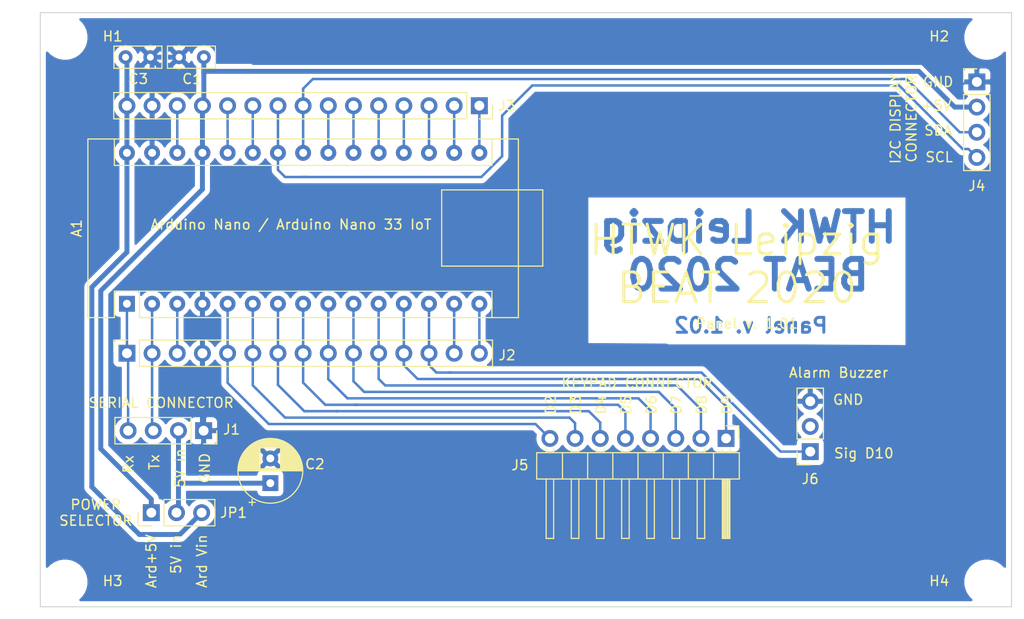
<source format=kicad_pcb>
(kicad_pcb (version 20171130) (host pcbnew "(5.1.2)-2")

  (general
    (thickness 1.6)
    (drawings 39)
    (tracks 166)
    (zones 0)
    (modules 15)
    (nets 32)
  )

  (page A4)
  (layers
    (0 F.Cu signal)
    (31 B.Cu signal)
    (32 B.Adhes user)
    (33 F.Adhes user)
    (34 B.Paste user)
    (35 F.Paste user)
    (36 B.SilkS user)
    (37 F.SilkS user)
    (38 B.Mask user)
    (39 F.Mask user)
    (40 Dwgs.User user)
    (41 Cmts.User user)
    (42 Eco1.User user)
    (43 Eco2.User user)
    (44 Edge.Cuts user)
    (45 Margin user)
    (46 B.CrtYd user)
    (47 F.CrtYd user)
    (48 B.Fab user)
    (49 F.Fab user)
  )

  (setup
    (last_trace_width 0.25)
    (user_trace_width 0.5)
    (trace_clearance 0.4)
    (zone_clearance 0.508)
    (zone_45_only no)
    (trace_min 0.2)
    (via_size 0.8)
    (via_drill 0.4)
    (via_min_size 0.4)
    (via_min_drill 0.3)
    (uvia_size 0.3)
    (uvia_drill 0.1)
    (uvias_allowed no)
    (uvia_min_size 0.2)
    (uvia_min_drill 0.1)
    (edge_width 0.05)
    (segment_width 0.2)
    (pcb_text_width 0.3)
    (pcb_text_size 1.5 1.5)
    (mod_edge_width 0.12)
    (mod_text_size 1 1)
    (mod_text_width 0.15)
    (pad_size 1.524 1.524)
    (pad_drill 0.762)
    (pad_to_mask_clearance 0.051)
    (solder_mask_min_width 0.25)
    (aux_axis_origin 0 0)
    (visible_elements 7FFFFFFF)
    (pcbplotparams
      (layerselection 0x010fc_ffffffff)
      (usegerberextensions false)
      (usegerberattributes false)
      (usegerberadvancedattributes false)
      (creategerberjobfile false)
      (excludeedgelayer true)
      (linewidth 0.100000)
      (plotframeref false)
      (viasonmask false)
      (mode 1)
      (useauxorigin false)
      (hpglpennumber 1)
      (hpglpenspeed 20)
      (hpglpendiameter 15.000000)
      (psnegative false)
      (psa4output false)
      (plotreference true)
      (plotvalue true)
      (plotinvisibletext false)
      (padsonsilk false)
      (subtractmaskfromsilk false)
      (outputformat 1)
      (mirror false)
      (drillshape 0)
      (scaleselection 1)
      (outputdirectory "Fertigung/"))
  )

  (net 0 "")
  (net 1 D1)
  (net 2 +3V3)
  (net 3 D0)
  (net 4 AREF)
  (net 5 RESET3)
  (net 6 A0)
  (net 7 GND)
  (net 8 A1)
  (net 9 D2)
  (net 10 A2)
  (net 11 D3)
  (net 12 A3)
  (net 13 D4)
  (net 14 A4)
  (net 15 D5)
  (net 16 A5)
  (net 17 D6)
  (net 18 A6)
  (net 19 D7)
  (net 20 A7)
  (net 21 D8)
  (net 22 +5V)
  (net 23 D9)
  (net 24 RESET28)
  (net 25 D10)
  (net 26 D11)
  (net 27 VIN)
  (net 28 D12)
  (net 29 D13)
  (net 30 Ard_+5V)
  (net 31 "Net-(J6-Pad2)")

  (net_class Default "Dies ist die voreingestellte Netzklasse."
    (clearance 0.4)
    (trace_width 0.25)
    (via_dia 0.8)
    (via_drill 0.4)
    (uvia_dia 0.3)
    (uvia_drill 0.1)
    (add_net +3V3)
    (add_net +5V)
    (add_net A0)
    (add_net A1)
    (add_net A2)
    (add_net A3)
    (add_net A4)
    (add_net A5)
    (add_net A6)
    (add_net A7)
    (add_net AREF)
    (add_net Ard_+5V)
    (add_net D0)
    (add_net D1)
    (add_net D10)
    (add_net D11)
    (add_net D12)
    (add_net D13)
    (add_net D2)
    (add_net D3)
    (add_net D4)
    (add_net D5)
    (add_net D6)
    (add_net D7)
    (add_net D8)
    (add_net D9)
    (add_net GND)
    (add_net "Net-(J6-Pad2)")
    (add_net RESET28)
    (add_net RESET3)
    (add_net VIN)
  )

  (module Connector_PinHeader_2.54mm:PinHeader_1x03_P2.54mm_Vertical (layer F.Cu) (tedit 59FED5CC) (tstamp 5ECD4A1E)
    (at 101.9 112.1 90)
    (descr "Through hole straight pin header, 1x03, 2.54mm pitch, single row")
    (tags "Through hole pin header THT 1x03 2.54mm single row")
    (path /5ECEBB9C)
    (fp_text reference JP1 (at 0 8.3 180) (layer F.SilkS)
      (effects (font (size 1 1) (thickness 0.15)))
    )
    (fp_text value Jumper_NC_Dual (at 1 -9 180) (layer F.Fab)
      (effects (font (size 1 1) (thickness 0.15)))
    )
    (fp_line (start -0.635 -1.27) (end 1.27 -1.27) (layer F.Fab) (width 0.1))
    (fp_line (start 1.27 -1.27) (end 1.27 6.35) (layer F.Fab) (width 0.1))
    (fp_line (start 1.27 6.35) (end -1.27 6.35) (layer F.Fab) (width 0.1))
    (fp_line (start -1.27 6.35) (end -1.27 -0.635) (layer F.Fab) (width 0.1))
    (fp_line (start -1.27 -0.635) (end -0.635 -1.27) (layer F.Fab) (width 0.1))
    (fp_line (start -1.33 6.41) (end 1.33 6.41) (layer F.SilkS) (width 0.12))
    (fp_line (start -1.33 1.27) (end -1.33 6.41) (layer F.SilkS) (width 0.12))
    (fp_line (start 1.33 1.27) (end 1.33 6.41) (layer F.SilkS) (width 0.12))
    (fp_line (start -1.33 1.27) (end 1.33 1.27) (layer F.SilkS) (width 0.12))
    (fp_line (start -1.33 0) (end -1.33 -1.33) (layer F.SilkS) (width 0.12))
    (fp_line (start -1.33 -1.33) (end 0 -1.33) (layer F.SilkS) (width 0.12))
    (fp_line (start -1.8 -1.8) (end -1.8 6.85) (layer F.CrtYd) (width 0.05))
    (fp_line (start -1.8 6.85) (end 1.8 6.85) (layer F.CrtYd) (width 0.05))
    (fp_line (start 1.8 6.85) (end 1.8 -1.8) (layer F.CrtYd) (width 0.05))
    (fp_line (start 1.8 -1.8) (end -1.8 -1.8) (layer F.CrtYd) (width 0.05))
    (fp_text user %R (at 0 2.54) (layer F.Fab)
      (effects (font (size 1 1) (thickness 0.15)))
    )
    (pad 1 thru_hole rect (at 0 0 90) (size 1.7 1.7) (drill 1) (layers *.Cu *.Mask)
      (net 30 Ard_+5V))
    (pad 2 thru_hole oval (at 0 2.54 90) (size 1.7 1.7) (drill 1) (layers *.Cu *.Mask)
      (net 22 +5V))
    (pad 3 thru_hole oval (at 0 5.08 90) (size 1.7 1.7) (drill 1) (layers *.Cu *.Mask)
      (net 27 VIN))
    (model ${KISYS3DMOD}/Connector_PinHeader_2.54mm.3dshapes/PinHeader_1x03_P2.54mm_Vertical.wrl
      (at (xyz 0 0 0))
      (scale (xyz 1 1 1))
      (rotate (xyz 0 0 0))
    )
  )

  (module Module:Arduino_Nano (layer F.Cu) (tedit 58ACAF70) (tstamp 5EC5672A)
    (at 99.44 91 90)
    (descr "Arduino Nano, http://www.mouser.com/pdfdocs/Gravitech_Arduino_Nano3_0.pdf")
    (tags "Arduino Nano")
    (path /5E8B11E6)
    (fp_text reference A1 (at 7.62 -5.08 90) (layer F.SilkS)
      (effects (font (size 1 1) (thickness 0.15)))
    )
    (fp_text value Arduino_Nano_v3.x (at 12 19.05) (layer F.Fab)
      (effects (font (size 1 1) (thickness 0.15)))
    )
    (fp_text user %R (at 12 10.56) (layer F.Fab)
      (effects (font (size 1 1) (thickness 0.15)))
    )
    (fp_line (start 1.27 1.27) (end 1.27 -1.27) (layer F.SilkS) (width 0.12))
    (fp_line (start 1.27 -1.27) (end -1.4 -1.27) (layer F.SilkS) (width 0.12))
    (fp_line (start -1.4 1.27) (end -1.4 39.5) (layer F.SilkS) (width 0.12))
    (fp_line (start -1.4 -3.94) (end -1.4 -1.27) (layer F.SilkS) (width 0.12))
    (fp_line (start 13.97 -1.27) (end 16.64 -1.27) (layer F.SilkS) (width 0.12))
    (fp_line (start 13.97 -1.27) (end 13.97 36.83) (layer F.SilkS) (width 0.12))
    (fp_line (start 13.97 36.83) (end 16.64 36.83) (layer F.SilkS) (width 0.12))
    (fp_line (start 1.27 1.27) (end -1.4 1.27) (layer F.SilkS) (width 0.12))
    (fp_line (start 1.27 1.27) (end 1.27 36.83) (layer F.SilkS) (width 0.12))
    (fp_line (start 1.27 36.83) (end -1.4 36.83) (layer F.SilkS) (width 0.12))
    (fp_line (start 3.81 31.75) (end 11.43 31.75) (layer F.Fab) (width 0.1))
    (fp_line (start 11.43 31.75) (end 11.43 41.91) (layer F.Fab) (width 0.1))
    (fp_line (start 11.43 41.91) (end 3.81 41.91) (layer F.Fab) (width 0.1))
    (fp_line (start 3.81 41.91) (end 3.81 31.75) (layer F.Fab) (width 0.1))
    (fp_line (start -1.4 39.5) (end 16.64 39.5) (layer F.SilkS) (width 0.12))
    (fp_line (start 16.64 39.5) (end 16.64 -3.94) (layer F.SilkS) (width 0.12))
    (fp_line (start 16.64 -3.94) (end -1.4 -3.94) (layer F.SilkS) (width 0.12))
    (fp_line (start 16.51 39.37) (end -1.27 39.37) (layer F.Fab) (width 0.1))
    (fp_line (start -1.27 39.37) (end -1.27 -2.54) (layer F.Fab) (width 0.1))
    (fp_line (start -1.27 -2.54) (end 0 -3.81) (layer F.Fab) (width 0.1))
    (fp_line (start 0 -3.81) (end 16.51 -3.81) (layer F.Fab) (width 0.1))
    (fp_line (start 16.51 -3.81) (end 16.51 39.37) (layer F.Fab) (width 0.1))
    (fp_line (start -1.53 -4.06) (end 16.75 -4.06) (layer F.CrtYd) (width 0.05))
    (fp_line (start -1.53 -4.06) (end -1.53 42.16) (layer F.CrtYd) (width 0.05))
    (fp_line (start 16.75 42.16) (end 16.75 -4.06) (layer F.CrtYd) (width 0.05))
    (fp_line (start 16.75 42.16) (end -1.53 42.16) (layer F.CrtYd) (width 0.05))
    (pad 1 thru_hole rect (at 0 0 90) (size 1.6 1.6) (drill 0.8) (layers *.Cu *.Mask)
      (net 1 D1))
    (pad 17 thru_hole oval (at 15.24 33.02 90) (size 1.6 1.6) (drill 0.8) (layers *.Cu *.Mask)
      (net 2 +3V3))
    (pad 2 thru_hole oval (at 0 2.54 90) (size 1.6 1.6) (drill 0.8) (layers *.Cu *.Mask)
      (net 3 D0))
    (pad 18 thru_hole oval (at 15.24 30.48 90) (size 1.6 1.6) (drill 0.8) (layers *.Cu *.Mask)
      (net 4 AREF))
    (pad 3 thru_hole oval (at 0 5.08 90) (size 1.6 1.6) (drill 0.8) (layers *.Cu *.Mask)
      (net 5 RESET3))
    (pad 19 thru_hole oval (at 15.24 27.94 90) (size 1.6 1.6) (drill 0.8) (layers *.Cu *.Mask)
      (net 6 A0))
    (pad 4 thru_hole oval (at 0 7.62 90) (size 1.6 1.6) (drill 0.8) (layers *.Cu *.Mask)
      (net 7 GND))
    (pad 20 thru_hole oval (at 15.24 25.4 90) (size 1.6 1.6) (drill 0.8) (layers *.Cu *.Mask)
      (net 8 A1))
    (pad 5 thru_hole oval (at 0 10.16 90) (size 1.6 1.6) (drill 0.8) (layers *.Cu *.Mask)
      (net 9 D2))
    (pad 21 thru_hole oval (at 15.24 22.86 90) (size 1.6 1.6) (drill 0.8) (layers *.Cu *.Mask)
      (net 10 A2))
    (pad 6 thru_hole oval (at 0 12.7 90) (size 1.6 1.6) (drill 0.8) (layers *.Cu *.Mask)
      (net 11 D3))
    (pad 22 thru_hole oval (at 15.24 20.32 90) (size 1.6 1.6) (drill 0.8) (layers *.Cu *.Mask)
      (net 12 A3))
    (pad 7 thru_hole oval (at 0 15.24 90) (size 1.6 1.6) (drill 0.8) (layers *.Cu *.Mask)
      (net 13 D4))
    (pad 23 thru_hole oval (at 15.24 17.78 90) (size 1.6 1.6) (drill 0.8) (layers *.Cu *.Mask)
      (net 14 A4))
    (pad 8 thru_hole oval (at 0 17.78 90) (size 1.6 1.6) (drill 0.8) (layers *.Cu *.Mask)
      (net 15 D5))
    (pad 24 thru_hole oval (at 15.24 15.24 90) (size 1.6 1.6) (drill 0.8) (layers *.Cu *.Mask)
      (net 16 A5))
    (pad 9 thru_hole oval (at 0 20.32 90) (size 1.6 1.6) (drill 0.8) (layers *.Cu *.Mask)
      (net 17 D6))
    (pad 25 thru_hole oval (at 15.24 12.7 90) (size 1.6 1.6) (drill 0.8) (layers *.Cu *.Mask)
      (net 18 A6))
    (pad 10 thru_hole oval (at 0 22.86 90) (size 1.6 1.6) (drill 0.8) (layers *.Cu *.Mask)
      (net 19 D7))
    (pad 26 thru_hole oval (at 15.24 10.16 90) (size 1.6 1.6) (drill 0.8) (layers *.Cu *.Mask)
      (net 20 A7))
    (pad 11 thru_hole oval (at 0 25.4 90) (size 1.6 1.6) (drill 0.8) (layers *.Cu *.Mask)
      (net 21 D8))
    (pad 27 thru_hole oval (at 15.24 7.62 90) (size 1.6 1.6) (drill 0.8) (layers *.Cu *.Mask)
      (net 30 Ard_+5V))
    (pad 12 thru_hole oval (at 0 27.94 90) (size 1.6 1.6) (drill 0.8) (layers *.Cu *.Mask)
      (net 23 D9))
    (pad 28 thru_hole oval (at 15.24 5.08 90) (size 1.6 1.6) (drill 0.8) (layers *.Cu *.Mask)
      (net 24 RESET28))
    (pad 13 thru_hole oval (at 0 30.48 90) (size 1.6 1.6) (drill 0.8) (layers *.Cu *.Mask)
      (net 25 D10))
    (pad 29 thru_hole oval (at 15.24 2.54 90) (size 1.6 1.6) (drill 0.8) (layers *.Cu *.Mask)
      (net 7 GND))
    (pad 14 thru_hole oval (at 0 33.02 90) (size 1.6 1.6) (drill 0.8) (layers *.Cu *.Mask)
      (net 26 D11))
    (pad 30 thru_hole oval (at 15.24 0 90) (size 1.6 1.6) (drill 0.8) (layers *.Cu *.Mask)
      (net 27 VIN))
    (pad 15 thru_hole oval (at 0 35.56 90) (size 1.6 1.6) (drill 0.8) (layers *.Cu *.Mask)
      (net 28 D12))
    (pad 16 thru_hole oval (at 15.24 35.56 90) (size 1.6 1.6) (drill 0.8) (layers *.Cu *.Mask)
      (net 29 D13))
    (model ${KISYS3DMOD}/Module.3dshapes/Arduino_Nano_WithMountingHoles.wrl
      (at (xyz 0 0 0))
      (scale (xyz 1 1 1))
      (rotate (xyz 0 0 0))
    )
  )

  (module Capacitor_THT:C_Rect_L4.6mm_W2.0mm_P2.50mm_MKS02_FKP02 (layer F.Cu) (tedit 5AE50EF0) (tstamp 5EC5673D)
    (at 104.7 66.1)
    (descr "C, Rect series, Radial, pin pitch=2.50mm, , length*width=4.6*2mm^2, Capacitor, http://www.wima.de/DE/WIMA_MKS_02.pdf")
    (tags "C Rect series Radial pin pitch 2.50mm  length 4.6mm width 2mm Capacitor")
    (path /5EC5430F)
    (fp_text reference C1 (at 1.3 2.2) (layer F.SilkS)
      (effects (font (size 1 1) (thickness 0.15)))
    )
    (fp_text value 100n (at 1.25 2.25) (layer F.Fab)
      (effects (font (size 1 1) (thickness 0.15)))
    )
    (fp_line (start -1.05 -1) (end -1.05 1) (layer F.Fab) (width 0.1))
    (fp_line (start -1.05 1) (end 3.55 1) (layer F.Fab) (width 0.1))
    (fp_line (start 3.55 1) (end 3.55 -1) (layer F.Fab) (width 0.1))
    (fp_line (start 3.55 -1) (end -1.05 -1) (layer F.Fab) (width 0.1))
    (fp_line (start -1.17 -1.12) (end 3.67 -1.12) (layer F.SilkS) (width 0.12))
    (fp_line (start -1.17 1.12) (end 3.67 1.12) (layer F.SilkS) (width 0.12))
    (fp_line (start -1.17 -1.12) (end -1.17 1.12) (layer F.SilkS) (width 0.12))
    (fp_line (start 3.67 -1.12) (end 3.67 1.12) (layer F.SilkS) (width 0.12))
    (fp_line (start -1.3 -1.25) (end -1.3 1.25) (layer F.CrtYd) (width 0.05))
    (fp_line (start -1.3 1.25) (end 3.8 1.25) (layer F.CrtYd) (width 0.05))
    (fp_line (start 3.8 1.25) (end 3.8 -1.25) (layer F.CrtYd) (width 0.05))
    (fp_line (start 3.8 -1.25) (end -1.3 -1.25) (layer F.CrtYd) (width 0.05))
    (fp_text user %R (at 1.33 0.02) (layer F.Fab)
      (effects (font (size 0.92 0.92) (thickness 0.138)))
    )
    (pad 1 thru_hole circle (at 0 0) (size 1.4 1.4) (drill 0.7) (layers *.Cu *.Mask)
      (net 7 GND))
    (pad 2 thru_hole circle (at 2.5 0) (size 1.4 1.4) (drill 0.7) (layers *.Cu *.Mask)
      (net 30 Ard_+5V))
    (model ${KISYS3DMOD}/Capacitor_THT.3dshapes/C_Rect_L4.6mm_W2.0mm_P2.50mm_MKS02_FKP02.wrl
      (at (xyz 0 0 0))
      (scale (xyz 1 1 1))
      (rotate (xyz 0 0 0))
    )
  )

  (module Capacitor_THT:CP_Radial_D6.3mm_P2.50mm (layer F.Cu) (tedit 5AE50EF0) (tstamp 5EC567D1)
    (at 113.91 109.12 90)
    (descr "CP, Radial series, Radial, pin pitch=2.50mm, , diameter=6.3mm, Electrolytic Capacitor")
    (tags "CP Radial series Radial pin pitch 2.50mm  diameter 6.3mm Electrolytic Capacitor")
    (path /5EAFD0B3)
    (fp_text reference C2 (at 1.92 4.49 180) (layer F.SilkS)
      (effects (font (size 1 1) (thickness 0.15)))
    )
    (fp_text value 100µ (at 0.12 5.49 180) (layer F.Fab)
      (effects (font (size 1 1) (thickness 0.15)))
    )
    (fp_circle (center 1.25 0) (end 4.4 0) (layer F.Fab) (width 0.1))
    (fp_circle (center 1.25 0) (end 4.52 0) (layer F.SilkS) (width 0.12))
    (fp_circle (center 1.25 0) (end 4.65 0) (layer F.CrtYd) (width 0.05))
    (fp_line (start -1.443972 -1.3735) (end -0.813972 -1.3735) (layer F.Fab) (width 0.1))
    (fp_line (start -1.128972 -1.6885) (end -1.128972 -1.0585) (layer F.Fab) (width 0.1))
    (fp_line (start 1.25 -3.23) (end 1.25 3.23) (layer F.SilkS) (width 0.12))
    (fp_line (start 1.29 -3.23) (end 1.29 3.23) (layer F.SilkS) (width 0.12))
    (fp_line (start 1.33 -3.23) (end 1.33 3.23) (layer F.SilkS) (width 0.12))
    (fp_line (start 1.37 -3.228) (end 1.37 3.228) (layer F.SilkS) (width 0.12))
    (fp_line (start 1.41 -3.227) (end 1.41 3.227) (layer F.SilkS) (width 0.12))
    (fp_line (start 1.45 -3.224) (end 1.45 3.224) (layer F.SilkS) (width 0.12))
    (fp_line (start 1.49 -3.222) (end 1.49 -1.04) (layer F.SilkS) (width 0.12))
    (fp_line (start 1.49 1.04) (end 1.49 3.222) (layer F.SilkS) (width 0.12))
    (fp_line (start 1.53 -3.218) (end 1.53 -1.04) (layer F.SilkS) (width 0.12))
    (fp_line (start 1.53 1.04) (end 1.53 3.218) (layer F.SilkS) (width 0.12))
    (fp_line (start 1.57 -3.215) (end 1.57 -1.04) (layer F.SilkS) (width 0.12))
    (fp_line (start 1.57 1.04) (end 1.57 3.215) (layer F.SilkS) (width 0.12))
    (fp_line (start 1.61 -3.211) (end 1.61 -1.04) (layer F.SilkS) (width 0.12))
    (fp_line (start 1.61 1.04) (end 1.61 3.211) (layer F.SilkS) (width 0.12))
    (fp_line (start 1.65 -3.206) (end 1.65 -1.04) (layer F.SilkS) (width 0.12))
    (fp_line (start 1.65 1.04) (end 1.65 3.206) (layer F.SilkS) (width 0.12))
    (fp_line (start 1.69 -3.201) (end 1.69 -1.04) (layer F.SilkS) (width 0.12))
    (fp_line (start 1.69 1.04) (end 1.69 3.201) (layer F.SilkS) (width 0.12))
    (fp_line (start 1.73 -3.195) (end 1.73 -1.04) (layer F.SilkS) (width 0.12))
    (fp_line (start 1.73 1.04) (end 1.73 3.195) (layer F.SilkS) (width 0.12))
    (fp_line (start 1.77 -3.189) (end 1.77 -1.04) (layer F.SilkS) (width 0.12))
    (fp_line (start 1.77 1.04) (end 1.77 3.189) (layer F.SilkS) (width 0.12))
    (fp_line (start 1.81 -3.182) (end 1.81 -1.04) (layer F.SilkS) (width 0.12))
    (fp_line (start 1.81 1.04) (end 1.81 3.182) (layer F.SilkS) (width 0.12))
    (fp_line (start 1.85 -3.175) (end 1.85 -1.04) (layer F.SilkS) (width 0.12))
    (fp_line (start 1.85 1.04) (end 1.85 3.175) (layer F.SilkS) (width 0.12))
    (fp_line (start 1.89 -3.167) (end 1.89 -1.04) (layer F.SilkS) (width 0.12))
    (fp_line (start 1.89 1.04) (end 1.89 3.167) (layer F.SilkS) (width 0.12))
    (fp_line (start 1.93 -3.159) (end 1.93 -1.04) (layer F.SilkS) (width 0.12))
    (fp_line (start 1.93 1.04) (end 1.93 3.159) (layer F.SilkS) (width 0.12))
    (fp_line (start 1.971 -3.15) (end 1.971 -1.04) (layer F.SilkS) (width 0.12))
    (fp_line (start 1.971 1.04) (end 1.971 3.15) (layer F.SilkS) (width 0.12))
    (fp_line (start 2.011 -3.141) (end 2.011 -1.04) (layer F.SilkS) (width 0.12))
    (fp_line (start 2.011 1.04) (end 2.011 3.141) (layer F.SilkS) (width 0.12))
    (fp_line (start 2.051 -3.131) (end 2.051 -1.04) (layer F.SilkS) (width 0.12))
    (fp_line (start 2.051 1.04) (end 2.051 3.131) (layer F.SilkS) (width 0.12))
    (fp_line (start 2.091 -3.121) (end 2.091 -1.04) (layer F.SilkS) (width 0.12))
    (fp_line (start 2.091 1.04) (end 2.091 3.121) (layer F.SilkS) (width 0.12))
    (fp_line (start 2.131 -3.11) (end 2.131 -1.04) (layer F.SilkS) (width 0.12))
    (fp_line (start 2.131 1.04) (end 2.131 3.11) (layer F.SilkS) (width 0.12))
    (fp_line (start 2.171 -3.098) (end 2.171 -1.04) (layer F.SilkS) (width 0.12))
    (fp_line (start 2.171 1.04) (end 2.171 3.098) (layer F.SilkS) (width 0.12))
    (fp_line (start 2.211 -3.086) (end 2.211 -1.04) (layer F.SilkS) (width 0.12))
    (fp_line (start 2.211 1.04) (end 2.211 3.086) (layer F.SilkS) (width 0.12))
    (fp_line (start 2.251 -3.074) (end 2.251 -1.04) (layer F.SilkS) (width 0.12))
    (fp_line (start 2.251 1.04) (end 2.251 3.074) (layer F.SilkS) (width 0.12))
    (fp_line (start 2.291 -3.061) (end 2.291 -1.04) (layer F.SilkS) (width 0.12))
    (fp_line (start 2.291 1.04) (end 2.291 3.061) (layer F.SilkS) (width 0.12))
    (fp_line (start 2.331 -3.047) (end 2.331 -1.04) (layer F.SilkS) (width 0.12))
    (fp_line (start 2.331 1.04) (end 2.331 3.047) (layer F.SilkS) (width 0.12))
    (fp_line (start 2.371 -3.033) (end 2.371 -1.04) (layer F.SilkS) (width 0.12))
    (fp_line (start 2.371 1.04) (end 2.371 3.033) (layer F.SilkS) (width 0.12))
    (fp_line (start 2.411 -3.018) (end 2.411 -1.04) (layer F.SilkS) (width 0.12))
    (fp_line (start 2.411 1.04) (end 2.411 3.018) (layer F.SilkS) (width 0.12))
    (fp_line (start 2.451 -3.002) (end 2.451 -1.04) (layer F.SilkS) (width 0.12))
    (fp_line (start 2.451 1.04) (end 2.451 3.002) (layer F.SilkS) (width 0.12))
    (fp_line (start 2.491 -2.986) (end 2.491 -1.04) (layer F.SilkS) (width 0.12))
    (fp_line (start 2.491 1.04) (end 2.491 2.986) (layer F.SilkS) (width 0.12))
    (fp_line (start 2.531 -2.97) (end 2.531 -1.04) (layer F.SilkS) (width 0.12))
    (fp_line (start 2.531 1.04) (end 2.531 2.97) (layer F.SilkS) (width 0.12))
    (fp_line (start 2.571 -2.952) (end 2.571 -1.04) (layer F.SilkS) (width 0.12))
    (fp_line (start 2.571 1.04) (end 2.571 2.952) (layer F.SilkS) (width 0.12))
    (fp_line (start 2.611 -2.934) (end 2.611 -1.04) (layer F.SilkS) (width 0.12))
    (fp_line (start 2.611 1.04) (end 2.611 2.934) (layer F.SilkS) (width 0.12))
    (fp_line (start 2.651 -2.916) (end 2.651 -1.04) (layer F.SilkS) (width 0.12))
    (fp_line (start 2.651 1.04) (end 2.651 2.916) (layer F.SilkS) (width 0.12))
    (fp_line (start 2.691 -2.896) (end 2.691 -1.04) (layer F.SilkS) (width 0.12))
    (fp_line (start 2.691 1.04) (end 2.691 2.896) (layer F.SilkS) (width 0.12))
    (fp_line (start 2.731 -2.876) (end 2.731 -1.04) (layer F.SilkS) (width 0.12))
    (fp_line (start 2.731 1.04) (end 2.731 2.876) (layer F.SilkS) (width 0.12))
    (fp_line (start 2.771 -2.856) (end 2.771 -1.04) (layer F.SilkS) (width 0.12))
    (fp_line (start 2.771 1.04) (end 2.771 2.856) (layer F.SilkS) (width 0.12))
    (fp_line (start 2.811 -2.834) (end 2.811 -1.04) (layer F.SilkS) (width 0.12))
    (fp_line (start 2.811 1.04) (end 2.811 2.834) (layer F.SilkS) (width 0.12))
    (fp_line (start 2.851 -2.812) (end 2.851 -1.04) (layer F.SilkS) (width 0.12))
    (fp_line (start 2.851 1.04) (end 2.851 2.812) (layer F.SilkS) (width 0.12))
    (fp_line (start 2.891 -2.79) (end 2.891 -1.04) (layer F.SilkS) (width 0.12))
    (fp_line (start 2.891 1.04) (end 2.891 2.79) (layer F.SilkS) (width 0.12))
    (fp_line (start 2.931 -2.766) (end 2.931 -1.04) (layer F.SilkS) (width 0.12))
    (fp_line (start 2.931 1.04) (end 2.931 2.766) (layer F.SilkS) (width 0.12))
    (fp_line (start 2.971 -2.742) (end 2.971 -1.04) (layer F.SilkS) (width 0.12))
    (fp_line (start 2.971 1.04) (end 2.971 2.742) (layer F.SilkS) (width 0.12))
    (fp_line (start 3.011 -2.716) (end 3.011 -1.04) (layer F.SilkS) (width 0.12))
    (fp_line (start 3.011 1.04) (end 3.011 2.716) (layer F.SilkS) (width 0.12))
    (fp_line (start 3.051 -2.69) (end 3.051 -1.04) (layer F.SilkS) (width 0.12))
    (fp_line (start 3.051 1.04) (end 3.051 2.69) (layer F.SilkS) (width 0.12))
    (fp_line (start 3.091 -2.664) (end 3.091 -1.04) (layer F.SilkS) (width 0.12))
    (fp_line (start 3.091 1.04) (end 3.091 2.664) (layer F.SilkS) (width 0.12))
    (fp_line (start 3.131 -2.636) (end 3.131 -1.04) (layer F.SilkS) (width 0.12))
    (fp_line (start 3.131 1.04) (end 3.131 2.636) (layer F.SilkS) (width 0.12))
    (fp_line (start 3.171 -2.607) (end 3.171 -1.04) (layer F.SilkS) (width 0.12))
    (fp_line (start 3.171 1.04) (end 3.171 2.607) (layer F.SilkS) (width 0.12))
    (fp_line (start 3.211 -2.578) (end 3.211 -1.04) (layer F.SilkS) (width 0.12))
    (fp_line (start 3.211 1.04) (end 3.211 2.578) (layer F.SilkS) (width 0.12))
    (fp_line (start 3.251 -2.548) (end 3.251 -1.04) (layer F.SilkS) (width 0.12))
    (fp_line (start 3.251 1.04) (end 3.251 2.548) (layer F.SilkS) (width 0.12))
    (fp_line (start 3.291 -2.516) (end 3.291 -1.04) (layer F.SilkS) (width 0.12))
    (fp_line (start 3.291 1.04) (end 3.291 2.516) (layer F.SilkS) (width 0.12))
    (fp_line (start 3.331 -2.484) (end 3.331 -1.04) (layer F.SilkS) (width 0.12))
    (fp_line (start 3.331 1.04) (end 3.331 2.484) (layer F.SilkS) (width 0.12))
    (fp_line (start 3.371 -2.45) (end 3.371 -1.04) (layer F.SilkS) (width 0.12))
    (fp_line (start 3.371 1.04) (end 3.371 2.45) (layer F.SilkS) (width 0.12))
    (fp_line (start 3.411 -2.416) (end 3.411 -1.04) (layer F.SilkS) (width 0.12))
    (fp_line (start 3.411 1.04) (end 3.411 2.416) (layer F.SilkS) (width 0.12))
    (fp_line (start 3.451 -2.38) (end 3.451 -1.04) (layer F.SilkS) (width 0.12))
    (fp_line (start 3.451 1.04) (end 3.451 2.38) (layer F.SilkS) (width 0.12))
    (fp_line (start 3.491 -2.343) (end 3.491 -1.04) (layer F.SilkS) (width 0.12))
    (fp_line (start 3.491 1.04) (end 3.491 2.343) (layer F.SilkS) (width 0.12))
    (fp_line (start 3.531 -2.305) (end 3.531 -1.04) (layer F.SilkS) (width 0.12))
    (fp_line (start 3.531 1.04) (end 3.531 2.305) (layer F.SilkS) (width 0.12))
    (fp_line (start 3.571 -2.265) (end 3.571 2.265) (layer F.SilkS) (width 0.12))
    (fp_line (start 3.611 -2.224) (end 3.611 2.224) (layer F.SilkS) (width 0.12))
    (fp_line (start 3.651 -2.182) (end 3.651 2.182) (layer F.SilkS) (width 0.12))
    (fp_line (start 3.691 -2.137) (end 3.691 2.137) (layer F.SilkS) (width 0.12))
    (fp_line (start 3.731 -2.092) (end 3.731 2.092) (layer F.SilkS) (width 0.12))
    (fp_line (start 3.771 -2.044) (end 3.771 2.044) (layer F.SilkS) (width 0.12))
    (fp_line (start 3.811 -1.995) (end 3.811 1.995) (layer F.SilkS) (width 0.12))
    (fp_line (start 3.851 -1.944) (end 3.851 1.944) (layer F.SilkS) (width 0.12))
    (fp_line (start 3.891 -1.89) (end 3.891 1.89) (layer F.SilkS) (width 0.12))
    (fp_line (start 3.931 -1.834) (end 3.931 1.834) (layer F.SilkS) (width 0.12))
    (fp_line (start 3.971 -1.776) (end 3.971 1.776) (layer F.SilkS) (width 0.12))
    (fp_line (start 4.011 -1.714) (end 4.011 1.714) (layer F.SilkS) (width 0.12))
    (fp_line (start 4.051 -1.65) (end 4.051 1.65) (layer F.SilkS) (width 0.12))
    (fp_line (start 4.091 -1.581) (end 4.091 1.581) (layer F.SilkS) (width 0.12))
    (fp_line (start 4.131 -1.509) (end 4.131 1.509) (layer F.SilkS) (width 0.12))
    (fp_line (start 4.171 -1.432) (end 4.171 1.432) (layer F.SilkS) (width 0.12))
    (fp_line (start 4.211 -1.35) (end 4.211 1.35) (layer F.SilkS) (width 0.12))
    (fp_line (start 4.251 -1.262) (end 4.251 1.262) (layer F.SilkS) (width 0.12))
    (fp_line (start 4.291 -1.165) (end 4.291 1.165) (layer F.SilkS) (width 0.12))
    (fp_line (start 4.331 -1.059) (end 4.331 1.059) (layer F.SilkS) (width 0.12))
    (fp_line (start 4.371 -0.94) (end 4.371 0.94) (layer F.SilkS) (width 0.12))
    (fp_line (start 4.411 -0.802) (end 4.411 0.802) (layer F.SilkS) (width 0.12))
    (fp_line (start 4.451 -0.633) (end 4.451 0.633) (layer F.SilkS) (width 0.12))
    (fp_line (start 4.491 -0.402) (end 4.491 0.402) (layer F.SilkS) (width 0.12))
    (fp_line (start -2.250241 -1.839) (end -1.620241 -1.839) (layer F.SilkS) (width 0.12))
    (fp_line (start -1.935241 -2.154) (end -1.935241 -1.524) (layer F.SilkS) (width 0.12))
    (fp_text user %R (at 1.25 0 90) (layer F.Fab)
      (effects (font (size 1 1) (thickness 0.15)))
    )
    (pad 1 thru_hole rect (at 0 0 90) (size 1.6 1.6) (drill 0.8) (layers *.Cu *.Mask)
      (net 22 +5V))
    (pad 2 thru_hole circle (at 2.5 0 90) (size 1.6 1.6) (drill 0.8) (layers *.Cu *.Mask)
      (net 7 GND))
    (model ${KISYS3DMOD}/Capacitor_THT.3dshapes/CP_Radial_D6.3mm_P2.50mm.wrl
      (at (xyz 0 0 0))
      (scale (xyz 1 1 1))
      (rotate (xyz 0 0 0))
    )
  )

  (module Connector_PinSocket_2.54mm:PinSocket_1x04_P2.54mm_Vertical (layer F.Cu) (tedit 5A19A429) (tstamp 5EC567E9)
    (at 107.18 103.82 270)
    (descr "Through hole straight socket strip, 1x04, 2.54mm pitch, single row (from Kicad 4.0.7), script generated")
    (tags "Through hole socket strip THT 1x04 2.54mm single row")
    (path /5EA56A6A)
    (fp_text reference J1 (at -0.12 -2.82 180) (layer F.SilkS)
      (effects (font (size 1 1) (thickness 0.15)))
    )
    (fp_text value Conn_01x04_Female (at 0.48 12.38 270) (layer F.Fab) hide
      (effects (font (size 1 1) (thickness 0.15)))
    )
    (fp_line (start -1.27 -1.27) (end 0.635 -1.27) (layer F.Fab) (width 0.1))
    (fp_line (start 0.635 -1.27) (end 1.27 -0.635) (layer F.Fab) (width 0.1))
    (fp_line (start 1.27 -0.635) (end 1.27 8.89) (layer F.Fab) (width 0.1))
    (fp_line (start 1.27 8.89) (end -1.27 8.89) (layer F.Fab) (width 0.1))
    (fp_line (start -1.27 8.89) (end -1.27 -1.27) (layer F.Fab) (width 0.1))
    (fp_line (start -1.33 1.27) (end 1.33 1.27) (layer F.SilkS) (width 0.12))
    (fp_line (start -1.33 1.27) (end -1.33 8.95) (layer F.SilkS) (width 0.12))
    (fp_line (start -1.33 8.95) (end 1.33 8.95) (layer F.SilkS) (width 0.12))
    (fp_line (start 1.33 1.27) (end 1.33 8.95) (layer F.SilkS) (width 0.12))
    (fp_line (start 1.33 -1.33) (end 1.33 0) (layer F.SilkS) (width 0.12))
    (fp_line (start 0 -1.33) (end 1.33 -1.33) (layer F.SilkS) (width 0.12))
    (fp_line (start -1.8 -1.8) (end 1.75 -1.8) (layer F.CrtYd) (width 0.05))
    (fp_line (start 1.75 -1.8) (end 1.75 9.4) (layer F.CrtYd) (width 0.05))
    (fp_line (start 1.75 9.4) (end -1.8 9.4) (layer F.CrtYd) (width 0.05))
    (fp_line (start -1.8 9.4) (end -1.8 -1.8) (layer F.CrtYd) (width 0.05))
    (fp_text user %R (at 1.144999 3.974999) (layer F.Fab)
      (effects (font (size 1 1) (thickness 0.15)))
    )
    (pad 1 thru_hole rect (at 0 0 270) (size 1.7 1.7) (drill 1) (layers *.Cu *.Mask)
      (net 7 GND))
    (pad 2 thru_hole oval (at 0 2.54 270) (size 1.7 1.7) (drill 1) (layers *.Cu *.Mask)
      (net 22 +5V))
    (pad 3 thru_hole oval (at 0 5.08 270) (size 1.7 1.7) (drill 1) (layers *.Cu *.Mask)
      (net 3 D0))
    (pad 4 thru_hole oval (at 0 7.62 270) (size 1.7 1.7) (drill 1) (layers *.Cu *.Mask)
      (net 1 D1))
    (model ${KISYS3DMOD}/Connector_PinSocket_2.54mm.3dshapes/PinSocket_1x04_P2.54mm_Vertical.wrl
      (at (xyz 0 0 0))
      (scale (xyz 1 1 1))
      (rotate (xyz 0 0 0))
    )
  )

  (module Connector_PinSocket_2.54mm:PinSocket_1x15_P2.54mm_Vertical (layer F.Cu) (tedit 5A19A41D) (tstamp 5EC5680C)
    (at 99.44 96 90)
    (descr "Through hole straight socket strip, 1x15, 2.54mm pitch, single row (from Kicad 4.0.7), script generated")
    (tags "Through hole socket strip THT 1x15 2.54mm single row")
    (path /5EB580EF)
    (fp_text reference J2 (at -0.2 38.36 180) (layer F.SilkS)
      (effects (font (size 1 1) (thickness 0.15)))
    )
    (fp_text value "Arduino Connector 1" (at -3 19.06 180) (layer F.Fab)
      (effects (font (size 1 1) (thickness 0.15)))
    )
    (fp_text user %R (at 0 17.78) (layer F.Fab)
      (effects (font (size 1 1) (thickness 0.15)))
    )
    (fp_line (start -1.8 37.3) (end -1.8 -1.8) (layer F.CrtYd) (width 0.05))
    (fp_line (start 1.75 37.3) (end -1.8 37.3) (layer F.CrtYd) (width 0.05))
    (fp_line (start 1.75 -1.8) (end 1.75 37.3) (layer F.CrtYd) (width 0.05))
    (fp_line (start -1.8 -1.8) (end 1.75 -1.8) (layer F.CrtYd) (width 0.05))
    (fp_line (start 0 -1.33) (end 1.33 -1.33) (layer F.SilkS) (width 0.12))
    (fp_line (start 1.33 -1.33) (end 1.33 0) (layer F.SilkS) (width 0.12))
    (fp_line (start 1.33 1.27) (end 1.33 36.89) (layer F.SilkS) (width 0.12))
    (fp_line (start -1.33 36.89) (end 1.33 36.89) (layer F.SilkS) (width 0.12))
    (fp_line (start -1.33 1.27) (end -1.33 36.89) (layer F.SilkS) (width 0.12))
    (fp_line (start -1.33 1.27) (end 1.33 1.27) (layer F.SilkS) (width 0.12))
    (fp_line (start -1.27 36.83) (end -1.27 -1.27) (layer F.Fab) (width 0.1))
    (fp_line (start 1.27 36.83) (end -1.27 36.83) (layer F.Fab) (width 0.1))
    (fp_line (start 1.27 -0.635) (end 1.27 36.83) (layer F.Fab) (width 0.1))
    (fp_line (start 0.635 -1.27) (end 1.27 -0.635) (layer F.Fab) (width 0.1))
    (fp_line (start -1.27 -1.27) (end 0.635 -1.27) (layer F.Fab) (width 0.1))
    (pad 15 thru_hole oval (at 0 35.56 90) (size 1.7 1.7) (drill 1) (layers *.Cu *.Mask)
      (net 28 D12))
    (pad 14 thru_hole oval (at 0 33.02 90) (size 1.7 1.7) (drill 1) (layers *.Cu *.Mask)
      (net 26 D11))
    (pad 13 thru_hole oval (at 0 30.48 90) (size 1.7 1.7) (drill 1) (layers *.Cu *.Mask)
      (net 25 D10))
    (pad 12 thru_hole oval (at 0 27.94 90) (size 1.7 1.7) (drill 1) (layers *.Cu *.Mask)
      (net 23 D9))
    (pad 11 thru_hole oval (at 0 25.4 90) (size 1.7 1.7) (drill 1) (layers *.Cu *.Mask)
      (net 21 D8))
    (pad 10 thru_hole oval (at 0 22.86 90) (size 1.7 1.7) (drill 1) (layers *.Cu *.Mask)
      (net 19 D7))
    (pad 9 thru_hole oval (at 0 20.32 90) (size 1.7 1.7) (drill 1) (layers *.Cu *.Mask)
      (net 17 D6))
    (pad 8 thru_hole oval (at 0 17.78 90) (size 1.7 1.7) (drill 1) (layers *.Cu *.Mask)
      (net 15 D5))
    (pad 7 thru_hole oval (at 0 15.24 90) (size 1.7 1.7) (drill 1) (layers *.Cu *.Mask)
      (net 13 D4))
    (pad 6 thru_hole oval (at 0 12.7 90) (size 1.7 1.7) (drill 1) (layers *.Cu *.Mask)
      (net 11 D3))
    (pad 5 thru_hole oval (at 0 10.16 90) (size 1.7 1.7) (drill 1) (layers *.Cu *.Mask)
      (net 9 D2))
    (pad 4 thru_hole oval (at 0 7.62 90) (size 1.7 1.7) (drill 1) (layers *.Cu *.Mask)
      (net 7 GND))
    (pad 3 thru_hole oval (at 0 5.08 90) (size 1.7 1.7) (drill 1) (layers *.Cu *.Mask)
      (net 5 RESET3))
    (pad 2 thru_hole oval (at 0 2.54 90) (size 1.7 1.7) (drill 1) (layers *.Cu *.Mask)
      (net 3 D0))
    (pad 1 thru_hole rect (at 0 0 90) (size 1.7 1.7) (drill 1) (layers *.Cu *.Mask)
      (net 1 D1))
    (model ${KISYS3DMOD}/Connector_PinSocket_2.54mm.3dshapes/PinSocket_1x15_P2.54mm_Vertical.wrl
      (at (xyz 0 0 0))
      (scale (xyz 1 1 1))
      (rotate (xyz 0 0 0))
    )
  )

  (module Connector_PinSocket_2.54mm:PinSocket_1x15_P2.54mm_Vertical (layer F.Cu) (tedit 5A19A41D) (tstamp 5EC5682F)
    (at 135 71 270)
    (descr "Through hole straight socket strip, 1x15, 2.54mm pitch, single row (from Kicad 4.0.7), script generated")
    (tags "Through hole socket strip THT 1x15 2.54mm single row")
    (path /5EB4B596)
    (fp_text reference J3 (at 0 -2.77 180) (layer F.SilkS)
      (effects (font (size 1 1) (thickness 0.15)))
    )
    (fp_text value "Arduino Connector 2" (at -2.9 16.3 180) (layer F.Fab)
      (effects (font (size 1 1) (thickness 0.15)))
    )
    (fp_line (start -1.27 -1.27) (end 0.635 -1.27) (layer F.Fab) (width 0.1))
    (fp_line (start 0.635 -1.27) (end 1.27 -0.635) (layer F.Fab) (width 0.1))
    (fp_line (start 1.27 -0.635) (end 1.27 36.83) (layer F.Fab) (width 0.1))
    (fp_line (start 1.27 36.83) (end -1.27 36.83) (layer F.Fab) (width 0.1))
    (fp_line (start -1.27 36.83) (end -1.27 -1.27) (layer F.Fab) (width 0.1))
    (fp_line (start -1.33 1.27) (end 1.33 1.27) (layer F.SilkS) (width 0.12))
    (fp_line (start -1.33 1.27) (end -1.33 36.89) (layer F.SilkS) (width 0.12))
    (fp_line (start -1.33 36.89) (end 1.33 36.89) (layer F.SilkS) (width 0.12))
    (fp_line (start 1.33 1.27) (end 1.33 36.89) (layer F.SilkS) (width 0.12))
    (fp_line (start 1.33 -1.33) (end 1.33 0) (layer F.SilkS) (width 0.12))
    (fp_line (start 0 -1.33) (end 1.33 -1.33) (layer F.SilkS) (width 0.12))
    (fp_line (start -1.8 -1.8) (end 1.75 -1.8) (layer F.CrtYd) (width 0.05))
    (fp_line (start 1.75 -1.8) (end 1.75 37.3) (layer F.CrtYd) (width 0.05))
    (fp_line (start 1.75 37.3) (end -1.8 37.3) (layer F.CrtYd) (width 0.05))
    (fp_line (start -1.8 37.3) (end -1.8 -1.8) (layer F.CrtYd) (width 0.05))
    (fp_text user %R (at 0 17.78) (layer F.Fab)
      (effects (font (size 1 1) (thickness 0.15)))
    )
    (pad 1 thru_hole rect (at 0 0 270) (size 1.7 1.7) (drill 1) (layers *.Cu *.Mask)
      (net 29 D13))
    (pad 2 thru_hole oval (at 0 2.54 270) (size 1.7 1.7) (drill 1) (layers *.Cu *.Mask)
      (net 2 +3V3))
    (pad 3 thru_hole oval (at 0 5.08 270) (size 1.7 1.7) (drill 1) (layers *.Cu *.Mask)
      (net 4 AREF))
    (pad 4 thru_hole oval (at 0 7.62 270) (size 1.7 1.7) (drill 1) (layers *.Cu *.Mask)
      (net 6 A0))
    (pad 5 thru_hole oval (at 0 10.16 270) (size 1.7 1.7) (drill 1) (layers *.Cu *.Mask)
      (net 8 A1))
    (pad 6 thru_hole oval (at 0 12.7 270) (size 1.7 1.7) (drill 1) (layers *.Cu *.Mask)
      (net 10 A2))
    (pad 7 thru_hole oval (at 0 15.24 270) (size 1.7 1.7) (drill 1) (layers *.Cu *.Mask)
      (net 12 A3))
    (pad 8 thru_hole oval (at 0 17.78 270) (size 1.7 1.7) (drill 1) (layers *.Cu *.Mask)
      (net 14 A4))
    (pad 9 thru_hole oval (at 0 20.32 270) (size 1.7 1.7) (drill 1) (layers *.Cu *.Mask)
      (net 16 A5))
    (pad 10 thru_hole oval (at 0 22.86 270) (size 1.7 1.7) (drill 1) (layers *.Cu *.Mask)
      (net 18 A6))
    (pad 11 thru_hole oval (at 0 25.4 270) (size 1.7 1.7) (drill 1) (layers *.Cu *.Mask)
      (net 20 A7))
    (pad 12 thru_hole oval (at 0 27.94 270) (size 1.7 1.7) (drill 1) (layers *.Cu *.Mask)
      (net 30 Ard_+5V))
    (pad 13 thru_hole oval (at 0 30.48 270) (size 1.7 1.7) (drill 1) (layers *.Cu *.Mask)
      (net 24 RESET28))
    (pad 14 thru_hole oval (at 0 33.02 270) (size 1.7 1.7) (drill 1) (layers *.Cu *.Mask)
      (net 7 GND))
    (pad 15 thru_hole oval (at 0 35.56 270) (size 1.7 1.7) (drill 1) (layers *.Cu *.Mask)
      (net 27 VIN))
    (model ${KISYS3DMOD}/Connector_PinSocket_2.54mm.3dshapes/PinSocket_1x15_P2.54mm_Vertical.wrl
      (at (xyz 0 0 0))
      (scale (xyz 1 1 1))
      (rotate (xyz 0 0 0))
    )
  )

  (module Connector_PinHeader_2.54mm:PinHeader_1x04_P2.54mm_Vertical (layer F.Cu) (tedit 59FED5CC) (tstamp 5EC56847)
    (at 185.2 68.6)
    (descr "Through hole straight pin header, 1x04, 2.54mm pitch, single row")
    (tags "Through hole pin header THT 1x04 2.54mm single row")
    (path /5E930080)
    (fp_text reference J4 (at 0 10.5) (layer F.SilkS)
      (effects (font (size 1 1) (thickness 0.15)))
    )
    (fp_text value I2C-1-5V (at -0.1 15.6 90) (layer F.Fab)
      (effects (font (size 1 1) (thickness 0.15)))
    )
    (fp_line (start -0.635 -1.27) (end 1.27 -1.27) (layer F.Fab) (width 0.1))
    (fp_line (start 1.27 -1.27) (end 1.27 8.89) (layer F.Fab) (width 0.1))
    (fp_line (start 1.27 8.89) (end -1.27 8.89) (layer F.Fab) (width 0.1))
    (fp_line (start -1.27 8.89) (end -1.27 -0.635) (layer F.Fab) (width 0.1))
    (fp_line (start -1.27 -0.635) (end -0.635 -1.27) (layer F.Fab) (width 0.1))
    (fp_line (start -1.33 8.95) (end 1.33 8.95) (layer F.SilkS) (width 0.12))
    (fp_line (start -1.33 1.27) (end -1.33 8.95) (layer F.SilkS) (width 0.12))
    (fp_line (start 1.33 1.27) (end 1.33 8.95) (layer F.SilkS) (width 0.12))
    (fp_line (start -1.33 1.27) (end 1.33 1.27) (layer F.SilkS) (width 0.12))
    (fp_line (start -1.33 0) (end -1.33 -1.33) (layer F.SilkS) (width 0.12))
    (fp_line (start -1.33 -1.33) (end 0 -1.33) (layer F.SilkS) (width 0.12))
    (fp_line (start -1.8 -1.8) (end -1.8 9.4) (layer F.CrtYd) (width 0.05))
    (fp_line (start -1.8 9.4) (end 1.8 9.4) (layer F.CrtYd) (width 0.05))
    (fp_line (start 1.8 9.4) (end 1.8 -1.8) (layer F.CrtYd) (width 0.05))
    (fp_line (start 1.8 -1.8) (end -1.8 -1.8) (layer F.CrtYd) (width 0.05))
    (fp_text user %R (at 0 3.81 90) (layer F.Fab)
      (effects (font (size 1 1) (thickness 0.15)))
    )
    (pad 1 thru_hole rect (at 0 0) (size 1.7 1.7) (drill 1) (layers *.Cu *.Mask)
      (net 7 GND))
    (pad 2 thru_hole oval (at 0 2.54) (size 1.7 1.7) (drill 1) (layers *.Cu *.Mask)
      (net 30 Ard_+5V))
    (pad 3 thru_hole oval (at 0 5.08) (size 1.7 1.7) (drill 1) (layers *.Cu *.Mask)
      (net 14 A4))
    (pad 4 thru_hole oval (at 0 7.62) (size 1.7 1.7) (drill 1) (layers *.Cu *.Mask)
      (net 16 A5))
    (model ${KISYS3DMOD}/Connector_PinHeader_2.54mm.3dshapes/PinHeader_1x04_P2.54mm_Vertical.wrl
      (at (xyz 0 0 0))
      (scale (xyz 1 1 1))
      (rotate (xyz 0 0 0))
    )
  )

  (module Connector_PinHeader_2.54mm:PinHeader_1x08_P2.54mm_Horizontal (layer F.Cu) (tedit 59FED5CB) (tstamp 5EC568C8)
    (at 159.9 104.6 270)
    (descr "Through hole angled pin header, 1x08, 2.54mm pitch, 6mm pin length, single row")
    (tags "Through hole angled pin header THT 1x08 2.54mm single row")
    (path /5EAE58B7)
    (fp_text reference J5 (at 2.7 20.8 180) (layer F.SilkS)
      (effects (font (size 1 1) (thickness 0.15)))
    )
    (fp_text value Conn_01x08_Female (at 5 22.4 270) (layer F.Fab)
      (effects (font (size 1 1) (thickness 0.15)))
    )
    (fp_line (start 2.135 -1.27) (end 4.04 -1.27) (layer F.Fab) (width 0.1))
    (fp_line (start 4.04 -1.27) (end 4.04 19.05) (layer F.Fab) (width 0.1))
    (fp_line (start 4.04 19.05) (end 1.5 19.05) (layer F.Fab) (width 0.1))
    (fp_line (start 1.5 19.05) (end 1.5 -0.635) (layer F.Fab) (width 0.1))
    (fp_line (start 1.5 -0.635) (end 2.135 -1.27) (layer F.Fab) (width 0.1))
    (fp_line (start -0.32 -0.32) (end 1.5 -0.32) (layer F.Fab) (width 0.1))
    (fp_line (start -0.32 -0.32) (end -0.32 0.32) (layer F.Fab) (width 0.1))
    (fp_line (start -0.32 0.32) (end 1.5 0.32) (layer F.Fab) (width 0.1))
    (fp_line (start 4.04 -0.32) (end 10.04 -0.32) (layer F.Fab) (width 0.1))
    (fp_line (start 10.04 -0.32) (end 10.04 0.32) (layer F.Fab) (width 0.1))
    (fp_line (start 4.04 0.32) (end 10.04 0.32) (layer F.Fab) (width 0.1))
    (fp_line (start -0.32 2.22) (end 1.5 2.22) (layer F.Fab) (width 0.1))
    (fp_line (start -0.32 2.22) (end -0.32 2.86) (layer F.Fab) (width 0.1))
    (fp_line (start -0.32 2.86) (end 1.5 2.86) (layer F.Fab) (width 0.1))
    (fp_line (start 4.04 2.22) (end 10.04 2.22) (layer F.Fab) (width 0.1))
    (fp_line (start 10.04 2.22) (end 10.04 2.86) (layer F.Fab) (width 0.1))
    (fp_line (start 4.04 2.86) (end 10.04 2.86) (layer F.Fab) (width 0.1))
    (fp_line (start -0.32 4.76) (end 1.5 4.76) (layer F.Fab) (width 0.1))
    (fp_line (start -0.32 4.76) (end -0.32 5.4) (layer F.Fab) (width 0.1))
    (fp_line (start -0.32 5.4) (end 1.5 5.4) (layer F.Fab) (width 0.1))
    (fp_line (start 4.04 4.76) (end 10.04 4.76) (layer F.Fab) (width 0.1))
    (fp_line (start 10.04 4.76) (end 10.04 5.4) (layer F.Fab) (width 0.1))
    (fp_line (start 4.04 5.4) (end 10.04 5.4) (layer F.Fab) (width 0.1))
    (fp_line (start -0.32 7.3) (end 1.5 7.3) (layer F.Fab) (width 0.1))
    (fp_line (start -0.32 7.3) (end -0.32 7.94) (layer F.Fab) (width 0.1))
    (fp_line (start -0.32 7.94) (end 1.5 7.94) (layer F.Fab) (width 0.1))
    (fp_line (start 4.04 7.3) (end 10.04 7.3) (layer F.Fab) (width 0.1))
    (fp_line (start 10.04 7.3) (end 10.04 7.94) (layer F.Fab) (width 0.1))
    (fp_line (start 4.04 7.94) (end 10.04 7.94) (layer F.Fab) (width 0.1))
    (fp_line (start -0.32 9.84) (end 1.5 9.84) (layer F.Fab) (width 0.1))
    (fp_line (start -0.32 9.84) (end -0.32 10.48) (layer F.Fab) (width 0.1))
    (fp_line (start -0.32 10.48) (end 1.5 10.48) (layer F.Fab) (width 0.1))
    (fp_line (start 4.04 9.84) (end 10.04 9.84) (layer F.Fab) (width 0.1))
    (fp_line (start 10.04 9.84) (end 10.04 10.48) (layer F.Fab) (width 0.1))
    (fp_line (start 4.04 10.48) (end 10.04 10.48) (layer F.Fab) (width 0.1))
    (fp_line (start -0.32 12.38) (end 1.5 12.38) (layer F.Fab) (width 0.1))
    (fp_line (start -0.32 12.38) (end -0.32 13.02) (layer F.Fab) (width 0.1))
    (fp_line (start -0.32 13.02) (end 1.5 13.02) (layer F.Fab) (width 0.1))
    (fp_line (start 4.04 12.38) (end 10.04 12.38) (layer F.Fab) (width 0.1))
    (fp_line (start 10.04 12.38) (end 10.04 13.02) (layer F.Fab) (width 0.1))
    (fp_line (start 4.04 13.02) (end 10.04 13.02) (layer F.Fab) (width 0.1))
    (fp_line (start -0.32 14.92) (end 1.5 14.92) (layer F.Fab) (width 0.1))
    (fp_line (start -0.32 14.92) (end -0.32 15.56) (layer F.Fab) (width 0.1))
    (fp_line (start -0.32 15.56) (end 1.5 15.56) (layer F.Fab) (width 0.1))
    (fp_line (start 4.04 14.92) (end 10.04 14.92) (layer F.Fab) (width 0.1))
    (fp_line (start 10.04 14.92) (end 10.04 15.56) (layer F.Fab) (width 0.1))
    (fp_line (start 4.04 15.56) (end 10.04 15.56) (layer F.Fab) (width 0.1))
    (fp_line (start -0.32 17.46) (end 1.5 17.46) (layer F.Fab) (width 0.1))
    (fp_line (start -0.32 17.46) (end -0.32 18.1) (layer F.Fab) (width 0.1))
    (fp_line (start -0.32 18.1) (end 1.5 18.1) (layer F.Fab) (width 0.1))
    (fp_line (start 4.04 17.46) (end 10.04 17.46) (layer F.Fab) (width 0.1))
    (fp_line (start 10.04 17.46) (end 10.04 18.1) (layer F.Fab) (width 0.1))
    (fp_line (start 4.04 18.1) (end 10.04 18.1) (layer F.Fab) (width 0.1))
    (fp_line (start 1.44 -1.33) (end 1.44 19.11) (layer F.SilkS) (width 0.12))
    (fp_line (start 1.44 19.11) (end 4.1 19.11) (layer F.SilkS) (width 0.12))
    (fp_line (start 4.1 19.11) (end 4.1 -1.33) (layer F.SilkS) (width 0.12))
    (fp_line (start 4.1 -1.33) (end 1.44 -1.33) (layer F.SilkS) (width 0.12))
    (fp_line (start 4.1 -0.38) (end 10.1 -0.38) (layer F.SilkS) (width 0.12))
    (fp_line (start 10.1 -0.38) (end 10.1 0.38) (layer F.SilkS) (width 0.12))
    (fp_line (start 10.1 0.38) (end 4.1 0.38) (layer F.SilkS) (width 0.12))
    (fp_line (start 4.1 -0.32) (end 10.1 -0.32) (layer F.SilkS) (width 0.12))
    (fp_line (start 4.1 -0.2) (end 10.1 -0.2) (layer F.SilkS) (width 0.12))
    (fp_line (start 4.1 -0.08) (end 10.1 -0.08) (layer F.SilkS) (width 0.12))
    (fp_line (start 4.1 0.04) (end 10.1 0.04) (layer F.SilkS) (width 0.12))
    (fp_line (start 4.1 0.16) (end 10.1 0.16) (layer F.SilkS) (width 0.12))
    (fp_line (start 4.1 0.28) (end 10.1 0.28) (layer F.SilkS) (width 0.12))
    (fp_line (start 1.11 -0.38) (end 1.44 -0.38) (layer F.SilkS) (width 0.12))
    (fp_line (start 1.11 0.38) (end 1.44 0.38) (layer F.SilkS) (width 0.12))
    (fp_line (start 1.44 1.27) (end 4.1 1.27) (layer F.SilkS) (width 0.12))
    (fp_line (start 4.1 2.16) (end 10.1 2.16) (layer F.SilkS) (width 0.12))
    (fp_line (start 10.1 2.16) (end 10.1 2.92) (layer F.SilkS) (width 0.12))
    (fp_line (start 10.1 2.92) (end 4.1 2.92) (layer F.SilkS) (width 0.12))
    (fp_line (start 1.042929 2.16) (end 1.44 2.16) (layer F.SilkS) (width 0.12))
    (fp_line (start 1.042929 2.92) (end 1.44 2.92) (layer F.SilkS) (width 0.12))
    (fp_line (start 1.44 3.81) (end 4.1 3.81) (layer F.SilkS) (width 0.12))
    (fp_line (start 4.1 4.7) (end 10.1 4.7) (layer F.SilkS) (width 0.12))
    (fp_line (start 10.1 4.7) (end 10.1 5.46) (layer F.SilkS) (width 0.12))
    (fp_line (start 10.1 5.46) (end 4.1 5.46) (layer F.SilkS) (width 0.12))
    (fp_line (start 1.042929 4.7) (end 1.44 4.7) (layer F.SilkS) (width 0.12))
    (fp_line (start 1.042929 5.46) (end 1.44 5.46) (layer F.SilkS) (width 0.12))
    (fp_line (start 1.44 6.35) (end 4.1 6.35) (layer F.SilkS) (width 0.12))
    (fp_line (start 4.1 7.24) (end 10.1 7.24) (layer F.SilkS) (width 0.12))
    (fp_line (start 10.1 7.24) (end 10.1 8) (layer F.SilkS) (width 0.12))
    (fp_line (start 10.1 8) (end 4.1 8) (layer F.SilkS) (width 0.12))
    (fp_line (start 1.042929 7.24) (end 1.44 7.24) (layer F.SilkS) (width 0.12))
    (fp_line (start 1.042929 8) (end 1.44 8) (layer F.SilkS) (width 0.12))
    (fp_line (start 1.44 8.89) (end 4.1 8.89) (layer F.SilkS) (width 0.12))
    (fp_line (start 4.1 9.78) (end 10.1 9.78) (layer F.SilkS) (width 0.12))
    (fp_line (start 10.1 9.78) (end 10.1 10.54) (layer F.SilkS) (width 0.12))
    (fp_line (start 10.1 10.54) (end 4.1 10.54) (layer F.SilkS) (width 0.12))
    (fp_line (start 1.042929 9.78) (end 1.44 9.78) (layer F.SilkS) (width 0.12))
    (fp_line (start 1.042929 10.54) (end 1.44 10.54) (layer F.SilkS) (width 0.12))
    (fp_line (start 1.44 11.43) (end 4.1 11.43) (layer F.SilkS) (width 0.12))
    (fp_line (start 4.1 12.32) (end 10.1 12.32) (layer F.SilkS) (width 0.12))
    (fp_line (start 10.1 12.32) (end 10.1 13.08) (layer F.SilkS) (width 0.12))
    (fp_line (start 10.1 13.08) (end 4.1 13.08) (layer F.SilkS) (width 0.12))
    (fp_line (start 1.042929 12.32) (end 1.44 12.32) (layer F.SilkS) (width 0.12))
    (fp_line (start 1.042929 13.08) (end 1.44 13.08) (layer F.SilkS) (width 0.12))
    (fp_line (start 1.44 13.97) (end 4.1 13.97) (layer F.SilkS) (width 0.12))
    (fp_line (start 4.1 14.86) (end 10.1 14.86) (layer F.SilkS) (width 0.12))
    (fp_line (start 10.1 14.86) (end 10.1 15.62) (layer F.SilkS) (width 0.12))
    (fp_line (start 10.1 15.62) (end 4.1 15.62) (layer F.SilkS) (width 0.12))
    (fp_line (start 1.042929 14.86) (end 1.44 14.86) (layer F.SilkS) (width 0.12))
    (fp_line (start 1.042929 15.62) (end 1.44 15.62) (layer F.SilkS) (width 0.12))
    (fp_line (start 1.44 16.51) (end 4.1 16.51) (layer F.SilkS) (width 0.12))
    (fp_line (start 4.1 17.4) (end 10.1 17.4) (layer F.SilkS) (width 0.12))
    (fp_line (start 10.1 17.4) (end 10.1 18.16) (layer F.SilkS) (width 0.12))
    (fp_line (start 10.1 18.16) (end 4.1 18.16) (layer F.SilkS) (width 0.12))
    (fp_line (start 1.042929 17.4) (end 1.44 17.4) (layer F.SilkS) (width 0.12))
    (fp_line (start 1.042929 18.16) (end 1.44 18.16) (layer F.SilkS) (width 0.12))
    (fp_line (start -1.27 0) (end -1.27 -1.27) (layer F.SilkS) (width 0.12))
    (fp_line (start -1.27 -1.27) (end 0 -1.27) (layer F.SilkS) (width 0.12))
    (fp_line (start -1.8 -1.8) (end -1.8 19.55) (layer F.CrtYd) (width 0.05))
    (fp_line (start -1.8 19.55) (end 10.55 19.55) (layer F.CrtYd) (width 0.05))
    (fp_line (start 10.55 19.55) (end 10.55 -1.8) (layer F.CrtYd) (width 0.05))
    (fp_line (start 10.55 -1.8) (end -1.8 -1.8) (layer F.CrtYd) (width 0.05))
    (fp_text user %R (at 2.77 8.89) (layer F.Fab)
      (effects (font (size 1 1) (thickness 0.15)))
    )
    (pad 1 thru_hole rect (at 0 0 270) (size 1.7 1.7) (drill 1) (layers *.Cu *.Mask)
      (net 23 D9))
    (pad 2 thru_hole oval (at 0 2.54 270) (size 1.7 1.7) (drill 1) (layers *.Cu *.Mask)
      (net 21 D8))
    (pad 3 thru_hole oval (at 0 5.08 270) (size 1.7 1.7) (drill 1) (layers *.Cu *.Mask)
      (net 19 D7))
    (pad 4 thru_hole oval (at 0 7.62 270) (size 1.7 1.7) (drill 1) (layers *.Cu *.Mask)
      (net 17 D6))
    (pad 5 thru_hole oval (at 0 10.16 270) (size 1.7 1.7) (drill 1) (layers *.Cu *.Mask)
      (net 15 D5))
    (pad 6 thru_hole oval (at 0 12.7 270) (size 1.7 1.7) (drill 1) (layers *.Cu *.Mask)
      (net 13 D4))
    (pad 7 thru_hole oval (at 0 15.24 270) (size 1.7 1.7) (drill 1) (layers *.Cu *.Mask)
      (net 11 D3))
    (pad 8 thru_hole oval (at 0 17.78 270) (size 1.7 1.7) (drill 1) (layers *.Cu *.Mask)
      (net 9 D2))
    (model ${KISYS3DMOD}/Connector_PinHeader_2.54mm.3dshapes/PinHeader_1x08_P2.54mm_Horizontal.wrl
      (at (xyz 0 0 0))
      (scale (xyz 1 1 1))
      (rotate (xyz 0 0 0))
    )
  )

  (module MountingHole:MountingHole_3.5mm (layer F.Cu) (tedit 56D1B4CB) (tstamp 5EC799E9)
    (at 93.2 64.1)
    (descr "Mounting Hole 3.5mm, no annular")
    (tags "mounting hole 3.5mm no annular")
    (path /5EC7E60E)
    (attr virtual)
    (fp_text reference H1 (at 4.8 -0.1) (layer F.SilkS)
      (effects (font (size 1 1) (thickness 0.15)))
    )
    (fp_text value MountingHole (at 10.8 -1.3) (layer F.Fab)
      (effects (font (size 1 1) (thickness 0.15)))
    )
    (fp_text user %R (at 0.4 0) (layer F.Fab)
      (effects (font (size 1 1) (thickness 0.15)))
    )
    (fp_circle (center 0 0) (end 3.5 0) (layer Cmts.User) (width 0.15))
    (fp_circle (center 0 0) (end 3.75 0) (layer F.CrtYd) (width 0.05))
    (pad 1 np_thru_hole circle (at 0 0) (size 3.5 3.5) (drill 3.5) (layers *.Cu *.Mask))
  )

  (module MountingHole:MountingHole_3.5mm (layer F.Cu) (tedit 56D1B4CB) (tstamp 5EC799F1)
    (at 186.2 64.1)
    (descr "Mounting Hole 3.5mm, no annular")
    (tags "mounting hole 3.5mm no annular")
    (path /5EC7EFE5)
    (attr virtual)
    (fp_text reference H2 (at -4.8 -0.1) (layer F.SilkS)
      (effects (font (size 1 1) (thickness 0.15)))
    )
    (fp_text value MountingHole (at -11 -0.1) (layer F.Fab) hide
      (effects (font (size 1 1) (thickness 0.15)))
    )
    (fp_circle (center 0 0) (end 3.75 0) (layer F.CrtYd) (width 0.05))
    (fp_circle (center 0 0) (end 3.5 0) (layer Cmts.User) (width 0.15))
    (fp_text user %R (at 0 -0.1) (layer F.Fab)
      (effects (font (size 1 1) (thickness 0.15)))
    )
    (pad 1 np_thru_hole circle (at 0 0) (size 3.5 3.5) (drill 3.5) (layers *.Cu *.Mask))
  )

  (module MountingHole:MountingHole_3.5mm (layer F.Cu) (tedit 56D1B4CB) (tstamp 5EC799F9)
    (at 93.2 119.1)
    (descr "Mounting Hole 3.5mm, no annular")
    (tags "mounting hole 3.5mm no annular")
    (path /5EC7F17F)
    (attr virtual)
    (fp_text reference H3 (at 4.8 -0.1) (layer F.SilkS)
      (effects (font (size 1 1) (thickness 0.15)))
    )
    (fp_text value MountingHole (at 10.9 -0.1) (layer F.Fab)
      (effects (font (size 1 1) (thickness 0.15)))
    )
    (fp_text user %R (at -0.1 0.1) (layer F.Fab)
      (effects (font (size 1 1) (thickness 0.15)))
    )
    (fp_circle (center 0 0) (end 3.5 0) (layer Cmts.User) (width 0.15))
    (fp_circle (center 0 0) (end 3.75 0) (layer F.CrtYd) (width 0.05))
    (pad 1 np_thru_hole circle (at 0 0) (size 3.5 3.5) (drill 3.5) (layers *.Cu *.Mask))
  )

  (module MountingHole:MountingHole_3.5mm (layer F.Cu) (tedit 56D1B4CB) (tstamp 5EC79A01)
    (at 186.2 119.1)
    (descr "Mounting Hole 3.5mm, no annular")
    (tags "mounting hole 3.5mm no annular")
    (path /5EC7F3F3)
    (attr virtual)
    (fp_text reference H4 (at -4.8 -0.1) (layer F.SilkS)
      (effects (font (size 1 1) (thickness 0.15)))
    )
    (fp_text value MountingHole (at -10.8 -0.1) (layer F.Fab)
      (effects (font (size 1 1) (thickness 0.15)))
    )
    (fp_circle (center 0 0) (end 3.75 0) (layer F.CrtYd) (width 0.05))
    (fp_circle (center 0 0) (end 3.5 0) (layer Cmts.User) (width 0.15))
    (fp_text user %R (at 0 0) (layer F.Fab)
      (effects (font (size 1 1) (thickness 0.15)))
    )
    (pad 1 np_thru_hole circle (at 0 0) (size 3.5 3.5) (drill 3.5) (layers *.Cu *.Mask))
  )

  (module Capacitor_THT:C_Rect_L4.6mm_W2.0mm_P2.50mm_MKS02_FKP02 (layer F.Cu) (tedit 5AE50EF0) (tstamp 5ECD4E59)
    (at 99.3 66.1)
    (descr "C, Rect series, Radial, pin pitch=2.50mm, , length*width=4.6*2mm^2, Capacitor, http://www.wima.de/DE/WIMA_MKS_02.pdf")
    (tags "C Rect series Radial pin pitch 2.50mm  length 4.6mm width 2mm Capacitor")
    (path /5ED1D264)
    (fp_text reference C3 (at 1.3 2.2) (layer F.SilkS)
      (effects (font (size 1 1) (thickness 0.15)))
    )
    (fp_text value 100n (at 1.25 2.25) (layer F.Fab)
      (effects (font (size 1 1) (thickness 0.15)))
    )
    (fp_line (start -1.05 -1) (end -1.05 1) (layer F.Fab) (width 0.1))
    (fp_line (start -1.05 1) (end 3.55 1) (layer F.Fab) (width 0.1))
    (fp_line (start 3.55 1) (end 3.55 -1) (layer F.Fab) (width 0.1))
    (fp_line (start 3.55 -1) (end -1.05 -1) (layer F.Fab) (width 0.1))
    (fp_line (start -1.17 -1.12) (end 3.67 -1.12) (layer F.SilkS) (width 0.12))
    (fp_line (start -1.17 1.12) (end 3.67 1.12) (layer F.SilkS) (width 0.12))
    (fp_line (start -1.17 -1.12) (end -1.17 1.12) (layer F.SilkS) (width 0.12))
    (fp_line (start 3.67 -1.12) (end 3.67 1.12) (layer F.SilkS) (width 0.12))
    (fp_line (start -1.3 -1.25) (end -1.3 1.25) (layer F.CrtYd) (width 0.05))
    (fp_line (start -1.3 1.25) (end 3.8 1.25) (layer F.CrtYd) (width 0.05))
    (fp_line (start 3.8 1.25) (end 3.8 -1.25) (layer F.CrtYd) (width 0.05))
    (fp_line (start 3.8 -1.25) (end -1.3 -1.25) (layer F.CrtYd) (width 0.05))
    (fp_text user %R (at 1.25 0) (layer F.Fab)
      (effects (font (size 0.92 0.92) (thickness 0.138)))
    )
    (pad 1 thru_hole circle (at 0 0) (size 1.4 1.4) (drill 0.7) (layers *.Cu *.Mask)
      (net 27 VIN))
    (pad 2 thru_hole circle (at 2.5 0) (size 1.4 1.4) (drill 0.7) (layers *.Cu *.Mask)
      (net 7 GND))
    (model ${KISYS3DMOD}/Capacitor_THT.3dshapes/C_Rect_L4.6mm_W2.0mm_P2.50mm_MKS02_FKP02.wrl
      (at (xyz 0 0 0))
      (scale (xyz 1 1 1))
      (rotate (xyz 0 0 0))
    )
  )

  (module Connector_PinSocket_2.54mm:PinSocket_1x03_P2.54mm_Vertical (layer F.Cu) (tedit 5A19A429) (tstamp 5ED0F96D)
    (at 168.39 105.93 180)
    (descr "Through hole straight socket strip, 1x03, 2.54mm pitch, single row (from Kicad 4.0.7), script generated")
    (tags "Through hole socket strip THT 1x03 2.54mm single row")
    (path /5ED0E7E4)
    (fp_text reference J6 (at 0 -2.77) (layer F.SilkS)
      (effects (font (size 1 1) (thickness 0.15)))
    )
    (fp_text value Conn_01x03_Female (at 2.9 2.57 90) (layer F.Fab)
      (effects (font (size 1 1) (thickness 0.15)))
    )
    (fp_line (start -1.27 -1.27) (end 0.635 -1.27) (layer F.Fab) (width 0.1))
    (fp_line (start 0.635 -1.27) (end 1.27 -0.635) (layer F.Fab) (width 0.1))
    (fp_line (start 1.27 -0.635) (end 1.27 6.35) (layer F.Fab) (width 0.1))
    (fp_line (start 1.27 6.35) (end -1.27 6.35) (layer F.Fab) (width 0.1))
    (fp_line (start -1.27 6.35) (end -1.27 -1.27) (layer F.Fab) (width 0.1))
    (fp_line (start -1.33 1.27) (end 1.33 1.27) (layer F.SilkS) (width 0.12))
    (fp_line (start -1.33 1.27) (end -1.33 6.41) (layer F.SilkS) (width 0.12))
    (fp_line (start -1.33 6.41) (end 1.33 6.41) (layer F.SilkS) (width 0.12))
    (fp_line (start 1.33 1.27) (end 1.33 6.41) (layer F.SilkS) (width 0.12))
    (fp_line (start 1.33 -1.33) (end 1.33 0) (layer F.SilkS) (width 0.12))
    (fp_line (start 0 -1.33) (end 1.33 -1.33) (layer F.SilkS) (width 0.12))
    (fp_line (start -1.8 -1.8) (end 1.75 -1.8) (layer F.CrtYd) (width 0.05))
    (fp_line (start 1.75 -1.8) (end 1.75 6.85) (layer F.CrtYd) (width 0.05))
    (fp_line (start 1.75 6.85) (end -1.8 6.85) (layer F.CrtYd) (width 0.05))
    (fp_line (start -1.8 6.85) (end -1.8 -1.8) (layer F.CrtYd) (width 0.05))
    (fp_text user %R (at 0 2.54 90) (layer F.Fab)
      (effects (font (size 1 1) (thickness 0.15)))
    )
    (pad 1 thru_hole rect (at 0 0 180) (size 1.7 1.7) (drill 1) (layers *.Cu *.Mask)
      (net 25 D10))
    (pad 2 thru_hole oval (at 0 2.54 180) (size 1.7 1.7) (drill 1) (layers *.Cu *.Mask)
      (net 31 "Net-(J6-Pad2)"))
    (pad 3 thru_hole oval (at 0 5.08 180) (size 1.7 1.7) (drill 1) (layers *.Cu *.Mask)
      (net 7 GND))
    (model ${KISYS3DMOD}/Connector_PinSocket_2.54mm.3dshapes/PinSocket_1x03_P2.54mm_Vertical.wrl
      (at (xyz 0 0 0))
      (scale (xyz 1 1 1))
      (rotate (xyz 0 0 0))
    )
  )

  (gr_text "Sig D10" (at 173.8 106.1) (layer F.SilkS)
    (effects (font (size 1 1) (thickness 0.15)))
  )
  (gr_text GND (at 172.22 100.69) (layer F.SilkS)
    (effects (font (size 1 1) (thickness 0.15)))
  )
  (gr_text "Alarm Buzzer" (at 171.25 97.96) (layer F.SilkS)
    (effects (font (size 1 1) (thickness 0.15)))
  )
  (gr_text "Ard Vin" (at 107 117 90) (layer F.SilkS)
    (effects (font (size 1 1) (thickness 0.15)))
  )
  (gr_text Ard+5V (at 101.9 117 90) (layer F.SilkS)
    (effects (font (size 1 1) (thickness 0.15)))
  )
  (gr_text "5V in" (at 104.4 116.3 90) (layer F.SilkS)
    (effects (font (size 1 1) (thickness 0.15)))
  )
  (gr_text "POWER\nSELECTOR" (at 96.3 112.1) (layer F.SilkS)
    (effects (font (size 1 1) (thickness 0.15)))
  )
  (gr_text "HTWK Leipzig\nBEAT 2020" (at 161 87) (layer F.SilkS)
    (effects (font (size 3 3) (thickness 0.3)))
  )
  (gr_text "Panel v. 1.01" (at 162 93) (layer F.SilkS)
    (effects (font (size 1 1) (thickness 0.15)))
  )
  (gr_text "Arduino Nano / Arduino Nano 33 IoT" (at 116 83) (layer F.SilkS)
    (effects (font (size 1 1) (thickness 0.15)))
  )
  (gr_text D9 (at 159.98 101.2 90) (layer F.SilkS) (tstamp 5ECCCAB9)
    (effects (font (size 1 1) (thickness 0.15)))
  )
  (gr_text D8 (at 157.44 101.2 90) (layer F.SilkS) (tstamp 5ECCCAB9)
    (effects (font (size 1 1) (thickness 0.15)))
  )
  (gr_text D7 (at 154.9 101.2 90) (layer F.SilkS) (tstamp 5ECCCAB9)
    (effects (font (size 1 1) (thickness 0.15)))
  )
  (gr_text D6 (at 152.36 101.2 90) (layer F.SilkS) (tstamp 5ECCCAB9)
    (effects (font (size 1 1) (thickness 0.15)))
  )
  (gr_text D5 (at 149.82 101.2 90) (layer F.SilkS) (tstamp 5ECCCAB9)
    (effects (font (size 1 1) (thickness 0.15)))
  )
  (gr_text D4 (at 147.28 101.2 90) (layer F.SilkS) (tstamp 5ECCCAB9)
    (effects (font (size 1 1) (thickness 0.15)))
  )
  (gr_text D3 (at 144.74 101.2 90) (layer F.SilkS) (tstamp 5ECCCAB9)
    (effects (font (size 1 1) (thickness 0.15)))
  )
  (gr_text D2 (at 142.2 101.2 90) (layer F.SilkS)
    (effects (font (size 1 1) (thickness 0.15)))
  )
  (gr_text "KEYPAD CONNECTOR" (at 150.9 99) (layer F.SilkS)
    (effects (font (size 1 1) (thickness 0.15)))
  )
  (gr_text SCL (at 181.4 76.2) (layer F.SilkS)
    (effects (font (size 1 1) (thickness 0.15)))
  )
  (gr_text SDA (at 181.3 73.5) (layer F.SilkS)
    (effects (font (size 1 1) (thickness 0.15)))
  )
  (gr_text +5V (at 181.1 71) (layer F.SilkS)
    (effects (font (size 1 1) (thickness 0.15)))
  )
  (gr_text GND (at 181.3 68.6) (layer F.SilkS)
    (effects (font (size 1 1) (thickness 0.15)))
  )
  (gr_text "I2C DISPLAY\nCONNECTOR" (at 177.8 72.3 90) (layer F.SilkS)
    (effects (font (size 1 1) (thickness 0.15)))
  )
  (gr_text Rx (at 99.6 107.2 90) (layer F.SilkS)
    (effects (font (size 1 1) (thickness 0.15)))
  )
  (gr_text Tx (at 102.2 107 90) (layer F.SilkS)
    (effects (font (size 1 1) (thickness 0.15)))
  )
  (gr_text "5V in" (at 104.8 107.6 90) (layer F.SilkS)
    (effects (font (size 1 1) (thickness 0.15)))
  )
  (gr_text GND (at 107.3 107.6 90) (layer F.SilkS)
    (effects (font (size 1 1) (thickness 0.15)))
  )
  (gr_text "SERIAL CONNECTOR" (at 102.9 101) (layer F.SilkS)
    (effects (font (size 1 1) (thickness 0.15)))
  )
  (gr_line (start 131.2 87.2) (end 131.2 79.5) (layer F.SilkS) (width 0.12) (tstamp 5ECCC3C5))
  (gr_line (start 141.4 87.2) (end 131.2 87.2) (layer F.SilkS) (width 0.12))
  (gr_line (start 141.4 79.5) (end 141.4 87.2) (layer F.SilkS) (width 0.12))
  (gr_line (start 131.2 79.5) (end 141.4 79.5) (layer F.SilkS) (width 0.12))
  (gr_text "Panel v. 1.02" (at 162.4 93.2) (layer B.Cu)
    (effects (font (size 1.5 1.5) (thickness 0.3)) (justify mirror))
  )
  (gr_text "HTWK Leipzig\nBEAT 2020" (at 162.1 85.7) (layer B.Cu)
    (effects (font (size 3 3) (thickness 0.6)) (justify mirror))
  )
  (gr_line (start 90.7 121.6) (end 90.7 61.6) (layer Edge.Cuts) (width 0.1))
  (gr_line (start 188.7 121.6) (end 90.7 121.6) (layer Edge.Cuts) (width 0.1))
  (gr_line (start 188.7 61.6) (end 188.7 121.6) (layer Edge.Cuts) (width 0.1))
  (gr_line (start 90.7 61.6) (end 188.7 61.6) (layer Edge.Cuts) (width 0.1))

  (segment (start 99.44 91) (end 99.44 96) (width 0.25) (layer B.Cu) (net 1))
  (segment (start 99.56 96.12) (end 99.44 96) (width 0.25) (layer B.Cu) (net 1))
  (segment (start 99.56 103.82) (end 99.56 96.12) (width 0.25) (layer B.Cu) (net 1))
  (segment (start 132.46 74.62863) (end 132.46 71) (width 0.25) (layer B.Cu) (net 2))
  (segment (start 132.46 75.76) (end 132.46 74.62863) (width 0.25) (layer B.Cu) (net 2))
  (segment (start 101.98 96) (end 101.98 91) (width 0.25) (layer B.Cu) (net 3))
  (segment (start 101.98 103.7) (end 102.1 103.82) (width 0.25) (layer B.Cu) (net 3))
  (segment (start 101.98 96) (end 101.98 103.7) (width 0.25) (layer B.Cu) (net 3))
  (segment (start 129.92 74.62863) (end 129.92 71) (width 0.25) (layer B.Cu) (net 4))
  (segment (start 129.92 75.76) (end 129.92 74.62863) (width 0.25) (layer B.Cu) (net 4))
  (segment (start 104.52 91) (end 104.52 96) (width 0.25) (layer B.Cu) (net 5))
  (segment (start 127.38 71) (end 127.38 75.76) (width 0.25) (layer B.Cu) (net 6))
  (segment (start 107.06 92.13137) (end 107.06 96) (width 0.25) (layer B.Cu) (net 7))
  (segment (start 107.06 91) (end 107.06 92.13137) (width 0.25) (layer B.Cu) (net 7))
  (segment (start 101.98 71) (end 101.98 75.76) (width 0.25) (layer B.Cu) (net 7))
  (segment (start 107.06 103.7) (end 107.18 103.82) (width 0.5) (layer B.Cu) (net 7))
  (segment (start 107.06 96) (end 107.06 103.7) (width 0.5) (layer B.Cu) (net 7))
  (segment (start 111.11 103.82) (end 107.18 103.82) (width 0.5) (layer B.Cu) (net 7))
  (segment (start 113.91 106.62) (end 111.11 103.82) (width 0.5) (layer B.Cu) (net 7))
  (segment (start 101.98 66.28) (end 101.8 66.1) (width 0.5) (layer B.Cu) (net 7))
  (segment (start 101.98 71) (end 101.98 66.28) (width 0.5) (layer B.Cu) (net 7))
  (segment (start 104.7 66.1) (end 101.8 66.1) (width 0.5) (layer B.Cu) (net 7))
  (segment (start 109.42 63.84) (end 104.06 63.84) (width 0.5) (layer B.Cu) (net 7))
  (segment (start 104.06 63.84) (end 101.8 66.1) (width 0.5) (layer B.Cu) (net 7))
  (segment (start 181.692806 68.6) (end 179.722796 66.62999) (width 0.5) (layer B.Cu) (net 7))
  (segment (start 185.2 68.6) (end 181.692806 68.6) (width 0.5) (layer B.Cu) (net 7))
  (segment (start 112.20999 66.62999) (end 109.42 63.84) (width 0.5) (layer B.Cu) (net 7))
  (segment (start 179.722796 66.62999) (end 112.20999 66.62999) (width 0.5) (layer B.Cu) (net 7))
  (segment (start 124.84 75.76) (end 124.84 71) (width 0.25) (layer B.Cu) (net 8))
  (segment (start 109.6 91) (end 109.6 96) (width 0.25) (layer B.Cu) (net 9))
  (segment (start 109.6 98.99) (end 109.6 98.55) (width 0.25) (layer B.Cu) (net 9))
  (segment (start 113.76001 103.15001) (end 109.6 98.99) (width 0.25) (layer B.Cu) (net 9))
  (segment (start 140.67001 103.15001) (end 113.76001 103.15001) (width 0.25) (layer B.Cu) (net 9))
  (segment (start 142.12 104.6) (end 140.67001 103.15001) (width 0.25) (layer B.Cu) (net 9))
  (segment (start 109.6 98.55) (end 109.6 96) (width 0.25) (layer B.Cu) (net 9))
  (segment (start 122.3 72.202081) (end 122.3 75.76) (width 0.25) (layer B.Cu) (net 10))
  (segment (start 122.3 71) (end 122.3 72.202081) (width 0.25) (layer B.Cu) (net 10))
  (segment (start 112.14 92.13137) (end 112.14 96) (width 0.25) (layer B.Cu) (net 11))
  (segment (start 112.14 91) (end 112.14 92.13137) (width 0.25) (layer B.Cu) (net 11))
  (segment (start 144.66 103.06) (end 144.66 104.6) (width 0.25) (layer B.Cu) (net 11))
  (segment (start 144.1 102.5) (end 144.66 103.06) (width 0.25) (layer B.Cu) (net 11))
  (segment (start 115.4 102.5) (end 144.1 102.5) (width 0.25) (layer B.Cu) (net 11))
  (segment (start 112.14 99.24) (end 112.47 99.57) (width 0.25) (layer B.Cu) (net 11))
  (segment (start 112.14 96) (end 112.14 99.24) (width 0.25) (layer B.Cu) (net 11))
  (segment (start 112.47 99.57) (end 115.4 102.5) (width 0.25) (layer B.Cu) (net 11))
  (segment (start 119.76 74.62863) (end 119.76 71) (width 0.25) (layer B.Cu) (net 12))
  (segment (start 119.76 75.76) (end 119.76 74.62863) (width 0.25) (layer B.Cu) (net 12))
  (segment (start 114.68 91) (end 114.68 96) (width 0.25) (layer B.Cu) (net 13))
  (segment (start 147.2 103) (end 147.2 104.6) (width 0.25) (layer B.Cu) (net 13))
  (segment (start 146.04999 101.84999) (end 147.2 103) (width 0.25) (layer B.Cu) (net 13))
  (segment (start 120.52999 101.84999) (end 120.69999 101.84999) (width 0.25) (layer B.Cu) (net 13))
  (segment (start 120.69999 101.84999) (end 146.04999 101.84999) (width 0.25) (layer B.Cu) (net 13))
  (segment (start 117.59999 101.84999) (end 120.69999 101.84999) (width 0.25) (layer B.Cu) (net 13))
  (segment (start 117.33999 101.84999) (end 117.59999 101.84999) (width 0.25) (layer B.Cu) (net 13))
  (segment (start 114.68 99.19) (end 117.33999 101.84999) (width 0.25) (layer B.Cu) (net 13))
  (segment (start 114.68 96) (end 114.68 99.19) (width 0.25) (layer B.Cu) (net 13))
  (segment (start 117.22 74.62863) (end 117.22 71) (width 0.25) (layer B.Cu) (net 14))
  (segment (start 117.22 75.76) (end 117.22 74.62863) (width 0.25) (layer B.Cu) (net 14))
  (segment (start 183.48 73.68) (end 185.2 73.68) (width 0.25) (layer B.Cu) (net 14))
  (segment (start 178.10501 68.30501) (end 178.3 68.5) (width 0.25) (layer B.Cu) (net 14))
  (segment (start 118.19499 68.30501) (end 178.10501 68.30501) (width 0.25) (layer B.Cu) (net 14))
  (segment (start 117.22 69.28) (end 118.19499 68.30501) (width 0.25) (layer B.Cu) (net 14))
  (segment (start 117.22 71) (end 117.22 69.28) (width 0.25) (layer B.Cu) (net 14))
  (segment (start 178.3 68.5) (end 183.48 73.68) (width 0.25) (layer B.Cu) (net 14))
  (segment (start 117.22 92.13137) (end 117.22 96) (width 0.25) (layer B.Cu) (net 15))
  (segment (start 117.22 91) (end 117.22 92.13137) (width 0.25) (layer B.Cu) (net 15))
  (segment (start 149.74 101.94) (end 149.74 104.6) (width 0.25) (layer B.Cu) (net 15))
  (segment (start 148.99998 101.19998) (end 149.74 101.94) (width 0.25) (layer B.Cu) (net 15))
  (segment (start 117.22 96) (end 117.22 98.97) (width 0.25) (layer B.Cu) (net 15))
  (segment (start 119.44998 101.19998) (end 122.65002 101.19998) (width 0.25) (layer B.Cu) (net 15))
  (segment (start 117.22 98.97) (end 119.44998 101.19998) (width 0.25) (layer B.Cu) (net 15))
  (segment (start 122.41998 101.19998) (end 122.65002 101.19998) (width 0.25) (layer B.Cu) (net 15))
  (segment (start 122.65002 101.19998) (end 148.99998 101.19998) (width 0.25) (layer B.Cu) (net 15))
  (segment (start 114.68 71) (end 114.68 75.76) (width 0.25) (layer B.Cu) (net 16))
  (segment (start 183.770001 75.370001) (end 177.35502 68.95502) (width 0.25) (layer B.Cu) (net 16))
  (segment (start 185.2 76.22) (end 184.350001 75.370001) (width 0.25) (layer B.Cu) (net 16))
  (segment (start 184.350001 75.370001) (end 183.770001 75.370001) (width 0.25) (layer B.Cu) (net 16))
  (segment (start 177.35502 68.95502) (end 140.34498 68.95502) (width 0.25) (layer B.Cu) (net 16))
  (segment (start 140.34498 68.95502) (end 137.3 72) (width 0.25) (layer B.Cu) (net 16))
  (segment (start 137.3 72) (end 137.3 76.1) (width 0.25) (layer B.Cu) (net 16))
  (segment (start 137.3 76.1) (end 135.2 78.2) (width 0.25) (layer B.Cu) (net 16))
  (segment (start 114.68 75.76) (end 114.68 77.48) (width 0.25) (layer B.Cu) (net 16))
  (segment (start 115.4 78.2) (end 117.6 78.2) (width 0.25) (layer B.Cu) (net 16))
  (segment (start 114.68 77.48) (end 115.4 78.2) (width 0.25) (layer B.Cu) (net 16))
  (segment (start 135.2 78.2) (end 117.6 78.2) (width 0.25) (layer B.Cu) (net 16))
  (segment (start 117.6 78.2) (end 117.12 78.2) (width 0.25) (layer B.Cu) (net 16))
  (segment (start 119.76 91) (end 119.76 96) (width 0.25) (layer B.Cu) (net 17))
  (segment (start 152.28 101.78) (end 152.28 104.6) (width 0.25) (layer B.Cu) (net 17))
  (segment (start 151.04997 100.54997) (end 152.28 101.78) (width 0.25) (layer B.Cu) (net 17))
  (segment (start 121.68997 100.54997) (end 151.04997 100.54997) (width 0.25) (layer B.Cu) (net 17))
  (segment (start 119.76 98.62) (end 121.68997 100.54997) (width 0.25) (layer B.Cu) (net 17))
  (segment (start 119.76 96) (end 119.76 98.62) (width 0.25) (layer B.Cu) (net 17))
  (segment (start 112.14 74.62863) (end 112.14 71) (width 0.25) (layer B.Cu) (net 18))
  (segment (start 112.14 75.76) (end 112.14 74.62863) (width 0.25) (layer B.Cu) (net 18))
  (segment (start 122.3 92.13137) (end 122.3 96) (width 0.25) (layer B.Cu) (net 19))
  (segment (start 122.3 91) (end 122.3 92.13137) (width 0.25) (layer B.Cu) (net 19))
  (segment (start 122.3 96) (end 122.3 98.822829) (width 0.25) (layer B.Cu) (net 19))
  (segment (start 123.377131 99.89996) (end 153.09996 99.89996) (width 0.25) (layer B.Cu) (net 19))
  (segment (start 122.3 98.822829) (end 123.377131 99.89996) (width 0.25) (layer B.Cu) (net 19))
  (segment (start 154.82 101.62) (end 154.82 103.68) (width 0.25) (layer B.Cu) (net 19))
  (segment (start 153.09996 99.89996) (end 154.82 101.62) (width 0.25) (layer B.Cu) (net 19))
  (segment (start 154.82 104.6) (end 154.82 103.68) (width 0.25) (layer B.Cu) (net 19))
  (segment (start 109.6 74.62863) (end 109.6 71) (width 0.25) (layer B.Cu) (net 20))
  (segment (start 109.6 75.76) (end 109.6 74.62863) (width 0.25) (layer B.Cu) (net 20))
  (segment (start 124.84 92.13137) (end 124.84 96) (width 0.25) (layer B.Cu) (net 21))
  (segment (start 124.84 91) (end 124.84 92.13137) (width 0.25) (layer B.Cu) (net 21))
  (segment (start 153.369202 99.24995) (end 153.369252 99.25) (width 0.25) (layer B.Cu) (net 21))
  (segment (start 157.36 101.66) (end 157.36 104.6) (width 0.25) (layer B.Cu) (net 21))
  (segment (start 153.369252 99.25) (end 154.95 99.25) (width 0.25) (layer B.Cu) (net 21))
  (segment (start 154.95 99.25) (end 157.36 101.66) (width 0.25) (layer B.Cu) (net 21))
  (segment (start 124.84 96) (end 124.84 98.59) (width 0.25) (layer B.Cu) (net 21))
  (segment (start 125.49995 99.24995) (end 127.11995 99.24995) (width 0.25) (layer B.Cu) (net 21))
  (segment (start 124.84 98.59) (end 125.49995 99.24995) (width 0.25) (layer B.Cu) (net 21))
  (segment (start 126.887869 99.24995) (end 127.11995 99.24995) (width 0.25) (layer B.Cu) (net 21))
  (segment (start 127.11995 99.24995) (end 153.369202 99.24995) (width 0.25) (layer B.Cu) (net 21))
  (segment (start 104.64 111.9) (end 104.44 112.1) (width 0.5) (layer B.Cu) (net 22))
  (segment (start 104.78 109.12) (end 104.64 109.26) (width 0.5) (layer B.Cu) (net 22))
  (segment (start 113.91 109.12) (end 104.78 109.12) (width 0.5) (layer B.Cu) (net 22))
  (segment (start 104.64 103.82) (end 104.64 109.26) (width 0.5) (layer B.Cu) (net 22))
  (segment (start 104.64 109.26) (end 104.64 111.9) (width 0.5) (layer B.Cu) (net 22))
  (segment (start 127.38 91) (end 127.38 96) (width 0.25) (layer B.Cu) (net 23))
  (segment (start 159.9 101.35) (end 159.9 104.6) (width 0.25) (layer B.Cu) (net 23))
  (segment (start 157.14994 98.59994) (end 159.9 101.35) (width 0.25) (layer B.Cu) (net 23))
  (segment (start 128.777859 98.59994) (end 157.14994 98.59994) (width 0.25) (layer B.Cu) (net 23))
  (segment (start 127.38 97.202081) (end 128.777859 98.59994) (width 0.25) (layer B.Cu) (net 23))
  (segment (start 127.38 96) (end 127.38 97.202081) (width 0.25) (layer B.Cu) (net 23))
  (segment (start 104.52 74.62863) (end 104.52 71) (width 0.25) (layer B.Cu) (net 24))
  (segment (start 104.52 75.76) (end 104.52 74.62863) (width 0.25) (layer B.Cu) (net 24))
  (segment (start 129.92 91) (end 129.92 96) (width 0.25) (layer B.Cu) (net 25))
  (segment (start 165.399252 105.93) (end 157.419182 97.94993) (width 0.25) (layer B.Cu) (net 25))
  (segment (start 168.39 105.93) (end 165.399252 105.93) (width 0.25) (layer B.Cu) (net 25))
  (segment (start 130.667849 97.94993) (end 132.18993 97.94993) (width 0.25) (layer B.Cu) (net 25))
  (segment (start 129.92 97.202081) (end 130.667849 97.94993) (width 0.25) (layer B.Cu) (net 25))
  (segment (start 129.92 96) (end 129.92 97.202081) (width 0.25) (layer B.Cu) (net 25))
  (segment (start 157.419182 97.94993) (end 132.18993 97.94993) (width 0.25) (layer B.Cu) (net 25))
  (segment (start 132.18993 97.94993) (end 131.86993 97.94993) (width 0.25) (layer B.Cu) (net 25))
  (segment (start 132.46 92.13137) (end 132.46 96) (width 0.25) (layer B.Cu) (net 26))
  (segment (start 132.46 91) (end 132.46 92.13137) (width 0.25) (layer B.Cu) (net 26))
  (segment (start 104.78 114.3) (end 106.98 112.1) (width 0.5) (layer B.Cu) (net 27))
  (segment (start 100.7 114.3) (end 104.78 114.3) (width 0.5) (layer B.Cu) (net 27))
  (segment (start 99.44 75.76) (end 99.44 71) (width 0.5) (layer B.Cu) (net 27))
  (segment (start 99.44 66.24) (end 99.3 66.1) (width 0.5) (layer B.Cu) (net 27))
  (segment (start 99.44 71) (end 99.44 66.24) (width 0.5) (layer B.Cu) (net 27))
  (segment (start 95.89999 109.49999) (end 100.2 113.8) (width 0.5) (layer B.Cu) (net 27))
  (segment (start 95.89999 89.327204) (end 95.89999 109.49999) (width 0.5) (layer B.Cu) (net 27))
  (segment (start 99.44 85.787194) (end 95.89999 89.327204) (width 0.5) (layer B.Cu) (net 27))
  (segment (start 99.44 75.76) (end 99.44 85.787194) (width 0.5) (layer B.Cu) (net 27))
  (segment (start 99.6 113.2) (end 100.2 113.8) (width 0.5) (layer B.Cu) (net 27))
  (segment (start 100.2 113.8) (end 100.7 114.3) (width 0.5) (layer B.Cu) (net 27))
  (segment (start 135 92.13137) (end 135 96) (width 0.25) (layer B.Cu) (net 28))
  (segment (start 135 91) (end 135 92.13137) (width 0.25) (layer B.Cu) (net 28))
  (segment (start 135 74.62863) (end 135 71) (width 0.25) (layer B.Cu) (net 29))
  (segment (start 135 75.76) (end 135 74.62863) (width 0.25) (layer B.Cu) (net 29))
  (segment (start 101.9 110.75) (end 96.8 105.65) (width 0.5) (layer B.Cu) (net 30))
  (segment (start 101.9 112.1) (end 101.9 110.75) (width 0.5) (layer B.Cu) (net 30))
  (segment (start 107.06 79.44) (end 96.8 89.7) (width 0.5) (layer B.Cu) (net 30))
  (segment (start 107.06 75.76) (end 107.06 79.44) (width 0.5) (layer B.Cu) (net 30))
  (segment (start 96.8 105.65) (end 96.8 89.7) (width 0.5) (layer B.Cu) (net 30))
  (segment (start 107.06 75.76) (end 107.06 71) (width 0.5) (layer B.Cu) (net 30))
  (segment (start 107.2 70.86) (end 107.06 71) (width 0.5) (layer B.Cu) (net 30))
  (segment (start 107.37 67.53) (end 107.2 67.7) (width 0.5) (layer B.Cu) (net 30))
  (segment (start 179.35 67.53) (end 107.37 67.53) (width 0.5) (layer B.Cu) (net 30))
  (segment (start 182.96 71.14) (end 179.35 67.53) (width 0.5) (layer B.Cu) (net 30))
  (segment (start 185.2 71.14) (end 182.96 71.14) (width 0.5) (layer B.Cu) (net 30))
  (segment (start 107.2 66.1) (end 107.2 67.7) (width 0.5) (layer B.Cu) (net 30))
  (segment (start 107.2 67.7) (end 107.2 70.86) (width 0.5) (layer B.Cu) (net 30))

  (zone (net 7) (net_name GND) (layer B.Cu) (tstamp 5ED0FB73) (hatch edge 0.508)
    (connect_pads (clearance 0.508))
    (min_thickness 0.254)
    (fill yes (arc_segments 32) (thermal_gap 0.508) (thermal_bridge_width 0.508))
    (polygon
      (pts
        (xy 90.7 121.6) (xy 90.7 61.6) (xy 188.7 61.7) (xy 188.7 121.6)
      )
    )
    (filled_polygon
      (pts
        (xy 184.34745 62.579651) (xy 184.08644 62.970279) (xy 183.906654 63.404321) (xy 183.815 63.865098) (xy 183.815 64.334902)
        (xy 183.906654 64.795679) (xy 184.08644 65.229721) (xy 184.34745 65.620349) (xy 184.679651 65.95255) (xy 185.070279 66.21356)
        (xy 185.504321 66.393346) (xy 185.965098 66.485) (xy 186.434902 66.485) (xy 186.895679 66.393346) (xy 187.329721 66.21356)
        (xy 187.720349 65.95255) (xy 188.015 65.657899) (xy 188.015001 117.542102) (xy 187.720349 117.24745) (xy 187.329721 116.98644)
        (xy 186.895679 116.806654) (xy 186.434902 116.715) (xy 185.965098 116.715) (xy 185.504321 116.806654) (xy 185.070279 116.98644)
        (xy 184.679651 117.24745) (xy 184.34745 117.579651) (xy 184.08644 117.970279) (xy 183.906654 118.404321) (xy 183.815 118.865098)
        (xy 183.815 119.334902) (xy 183.906654 119.795679) (xy 184.08644 120.229721) (xy 184.34745 120.620349) (xy 184.642101 120.915)
        (xy 94.757899 120.915) (xy 95.05255 120.620349) (xy 95.31356 120.229721) (xy 95.493346 119.795679) (xy 95.585 119.334902)
        (xy 95.585 118.865098) (xy 95.493346 118.404321) (xy 95.31356 117.970279) (xy 95.05255 117.579651) (xy 94.720349 117.24745)
        (xy 94.329721 116.98644) (xy 93.895679 116.806654) (xy 93.434902 116.715) (xy 92.965098 116.715) (xy 92.504321 116.806654)
        (xy 92.070279 116.98644) (xy 91.679651 117.24745) (xy 91.385 117.542101) (xy 91.385 89.327204) (xy 95.010709 89.327204)
        (xy 95.01499 89.370673) (xy 95.014991 109.456511) (xy 95.010709 109.49999) (xy 95.027795 109.67348) (xy 95.078402 109.840303)
        (xy 95.16058 109.994049) (xy 95.243458 110.095036) (xy 95.243461 110.095039) (xy 95.271174 110.128807) (xy 95.304941 110.15652)
        (xy 99.604953 114.456532) (xy 99.604959 114.456537) (xy 100.043466 114.895044) (xy 100.071183 114.928817) (xy 100.205941 115.039411)
        (xy 100.359687 115.121589) (xy 100.52651 115.172195) (xy 100.656523 115.185) (xy 100.656531 115.185) (xy 100.7 115.189281)
        (xy 100.743469 115.185) (xy 104.736531 115.185) (xy 104.78 115.189281) (xy 104.823469 115.185) (xy 104.823477 115.185)
        (xy 104.95349 115.172195) (xy 105.120313 115.121589) (xy 105.274059 115.039411) (xy 105.408817 114.928817) (xy 105.436534 114.895044)
        (xy 106.760967 113.570612) (xy 106.90705 113.585) (xy 107.05295 113.585) (xy 107.271111 113.563513) (xy 107.551034 113.478599)
        (xy 107.809014 113.340706) (xy 108.035134 113.155134) (xy 108.220706 112.929014) (xy 108.358599 112.671034) (xy 108.443513 112.391111)
        (xy 108.472185 112.1) (xy 108.443513 111.808889) (xy 108.358599 111.528966) (xy 108.220706 111.270986) (xy 108.035134 111.044866)
        (xy 107.809014 110.859294) (xy 107.551034 110.721401) (xy 107.271111 110.636487) (xy 107.05295 110.615) (xy 106.90705 110.615)
        (xy 106.688889 110.636487) (xy 106.408966 110.721401) (xy 106.150986 110.859294) (xy 105.924866 111.044866) (xy 105.739294 111.270986)
        (xy 105.71 111.325791) (xy 105.680706 111.270986) (xy 105.525 111.081258) (xy 105.525 110.005) (xy 112.480299 110.005)
        (xy 112.484188 110.044482) (xy 112.520498 110.16418) (xy 112.579463 110.274494) (xy 112.658815 110.371185) (xy 112.755506 110.450537)
        (xy 112.86582 110.509502) (xy 112.985518 110.545812) (xy 113.11 110.558072) (xy 114.71 110.558072) (xy 114.834482 110.545812)
        (xy 114.95418 110.509502) (xy 115.064494 110.450537) (xy 115.161185 110.371185) (xy 115.240537 110.274494) (xy 115.299502 110.16418)
        (xy 115.335812 110.044482) (xy 115.348072 109.92) (xy 115.348072 108.32) (xy 115.335812 108.195518) (xy 115.299502 108.07582)
        (xy 115.240537 107.965506) (xy 115.161185 107.868815) (xy 115.064494 107.789463) (xy 114.95418 107.730498) (xy 114.834482 107.694188)
        (xy 114.71 107.681928) (xy 114.702785 107.681928) (xy 114.723097 107.612702) (xy 113.91 106.799605) (xy 113.096903 107.612702)
        (xy 113.117215 107.681928) (xy 113.11 107.681928) (xy 112.985518 107.694188) (xy 112.86582 107.730498) (xy 112.755506 107.789463)
        (xy 112.658815 107.868815) (xy 112.579463 107.965506) (xy 112.520498 108.07582) (xy 112.484188 108.195518) (xy 112.480299 108.235)
        (xy 105.525 108.235) (xy 105.525 106.690512) (xy 112.469783 106.690512) (xy 112.511213 106.97013) (xy 112.606397 107.236292)
        (xy 112.673329 107.361514) (xy 112.917298 107.433097) (xy 113.730395 106.62) (xy 114.089605 106.62) (xy 114.902702 107.433097)
        (xy 115.146671 107.361514) (xy 115.267571 107.106004) (xy 115.3363 106.831816) (xy 115.350217 106.549488) (xy 115.308787 106.26987)
        (xy 115.213603 106.003708) (xy 115.146671 105.878486) (xy 114.902702 105.806903) (xy 114.089605 106.62) (xy 113.730395 106.62)
        (xy 112.917298 105.806903) (xy 112.673329 105.878486) (xy 112.552429 106.133996) (xy 112.4837 106.408184) (xy 112.469783 106.690512)
        (xy 105.525 106.690512) (xy 105.525 105.627298) (xy 113.096903 105.627298) (xy 113.91 106.440395) (xy 114.723097 105.627298)
        (xy 114.651514 105.383329) (xy 114.396004 105.262429) (xy 114.121816 105.1937) (xy 113.839488 105.179783) (xy 113.55987 105.221213)
        (xy 113.293708 105.316397) (xy 113.168486 105.383329) (xy 113.096903 105.627298) (xy 105.525 105.627298) (xy 105.525 105.014759)
        (xy 105.695134 104.875134) (xy 105.719607 104.845313) (xy 105.740498 104.91418) (xy 105.799463 105.024494) (xy 105.878815 105.121185)
        (xy 105.975506 105.200537) (xy 106.08582 105.259502) (xy 106.205518 105.295812) (xy 106.33 105.308072) (xy 106.89425 105.305)
        (xy 107.053 105.14625) (xy 107.053 103.947) (xy 107.307 103.947) (xy 107.307 105.14625) (xy 107.46575 105.305)
        (xy 108.03 105.308072) (xy 108.154482 105.295812) (xy 108.27418 105.259502) (xy 108.384494 105.200537) (xy 108.481185 105.121185)
        (xy 108.560537 105.024494) (xy 108.619502 104.91418) (xy 108.655812 104.794482) (xy 108.668072 104.67) (xy 108.665 104.10575)
        (xy 108.50625 103.947) (xy 107.307 103.947) (xy 107.053 103.947) (xy 107.033 103.947) (xy 107.033 103.693)
        (xy 107.053 103.693) (xy 107.053 102.49375) (xy 107.307 102.49375) (xy 107.307 103.693) (xy 108.50625 103.693)
        (xy 108.665 103.53425) (xy 108.668072 102.97) (xy 108.655812 102.845518) (xy 108.619502 102.72582) (xy 108.560537 102.615506)
        (xy 108.481185 102.518815) (xy 108.384494 102.439463) (xy 108.27418 102.380498) (xy 108.154482 102.344188) (xy 108.03 102.331928)
        (xy 107.46575 102.335) (xy 107.307 102.49375) (xy 107.053 102.49375) (xy 106.89425 102.335) (xy 106.33 102.331928)
        (xy 106.205518 102.344188) (xy 106.08582 102.380498) (xy 105.975506 102.439463) (xy 105.878815 102.518815) (xy 105.799463 102.615506)
        (xy 105.740498 102.72582) (xy 105.719607 102.794687) (xy 105.695134 102.764866) (xy 105.469014 102.579294) (xy 105.211034 102.441401)
        (xy 104.931111 102.356487) (xy 104.71295 102.335) (xy 104.56705 102.335) (xy 104.348889 102.356487) (xy 104.068966 102.441401)
        (xy 103.810986 102.579294) (xy 103.584866 102.764866) (xy 103.399294 102.990986) (xy 103.37 103.045791) (xy 103.340706 102.990986)
        (xy 103.155134 102.764866) (xy 102.929014 102.579294) (xy 102.74 102.478264) (xy 102.74 97.277595) (xy 102.809014 97.240706)
        (xy 103.035134 97.055134) (xy 103.220706 96.829014) (xy 103.25 96.774209) (xy 103.279294 96.829014) (xy 103.464866 97.055134)
        (xy 103.690986 97.240706) (xy 103.948966 97.378599) (xy 104.228889 97.463513) (xy 104.44705 97.485) (xy 104.59295 97.485)
        (xy 104.811111 97.463513) (xy 105.091034 97.378599) (xy 105.349014 97.240706) (xy 105.575134 97.055134) (xy 105.760706 96.829014)
        (xy 105.795201 96.764477) (xy 105.864822 96.881355) (xy 106.059731 97.097588) (xy 106.29308 97.271641) (xy 106.555901 97.396825)
        (xy 106.70311 97.441476) (xy 106.933 97.320155) (xy 106.933 96.127) (xy 106.913 96.127) (xy 106.913 95.873)
        (xy 106.933 95.873) (xy 106.933 94.679845) (xy 106.70311 94.558524) (xy 106.555901 94.603175) (xy 106.29308 94.728359)
        (xy 106.059731 94.902412) (xy 105.864822 95.118645) (xy 105.795201 95.235523) (xy 105.760706 95.170986) (xy 105.575134 94.944866)
        (xy 105.349014 94.759294) (xy 105.28 94.722405) (xy 105.28 92.220901) (xy 105.321101 92.198932) (xy 105.539608 92.019608)
        (xy 105.718932 91.801101) (xy 105.792579 91.663318) (xy 105.907615 91.855131) (xy 106.096586 92.063519) (xy 106.32258 92.231037)
        (xy 106.576913 92.351246) (xy 106.710961 92.391904) (xy 106.933 92.269915) (xy 106.933 91.127) (xy 106.913 91.127)
        (xy 106.913 90.873) (xy 106.933 90.873) (xy 106.933 89.730085) (xy 107.187 89.730085) (xy 107.187 90.873)
        (xy 107.207 90.873) (xy 107.207 91.127) (xy 107.187 91.127) (xy 107.187 92.269915) (xy 107.409039 92.391904)
        (xy 107.543087 92.351246) (xy 107.79742 92.231037) (xy 108.023414 92.063519) (xy 108.212385 91.855131) (xy 108.327421 91.663318)
        (xy 108.401068 91.801101) (xy 108.580392 92.019608) (xy 108.798899 92.198932) (xy 108.84 92.220901) (xy 108.840001 94.722405)
        (xy 108.770986 94.759294) (xy 108.544866 94.944866) (xy 108.359294 95.170986) (xy 108.324799 95.235523) (xy 108.255178 95.118645)
        (xy 108.060269 94.902412) (xy 107.82692 94.728359) (xy 107.564099 94.603175) (xy 107.41689 94.558524) (xy 107.187 94.679845)
        (xy 107.187 95.873) (xy 107.207 95.873) (xy 107.207 96.127) (xy 107.187 96.127) (xy 107.187 97.320155)
        (xy 107.41689 97.441476) (xy 107.564099 97.396825) (xy 107.82692 97.271641) (xy 108.060269 97.097588) (xy 108.255178 96.881355)
        (xy 108.324799 96.764477) (xy 108.359294 96.829014) (xy 108.544866 97.055134) (xy 108.770986 97.240706) (xy 108.84 97.277595)
        (xy 108.84 98.952678) (xy 108.836324 98.99) (xy 108.84 99.027322) (xy 108.84 99.027332) (xy 108.850997 99.138985)
        (xy 108.889218 99.264986) (xy 108.894454 99.282246) (xy 108.965026 99.414276) (xy 108.970557 99.421015) (xy 109.059999 99.530001)
        (xy 109.089003 99.553804) (xy 113.19621 103.661012) (xy 113.220009 103.690011) (xy 113.249007 103.713809) (xy 113.335734 103.784984)
        (xy 113.467763 103.855556) (xy 113.611024 103.899013) (xy 113.76001 103.913687) (xy 113.797343 103.91001) (xy 140.355209 103.91001)
        (xy 140.679203 104.234004) (xy 140.656487 104.308889) (xy 140.627815 104.6) (xy 140.656487 104.891111) (xy 140.741401 105.171034)
        (xy 140.879294 105.429014) (xy 141.064866 105.655134) (xy 141.290986 105.840706) (xy 141.548966 105.978599) (xy 141.828889 106.063513)
        (xy 142.04705 106.085) (xy 142.19295 106.085) (xy 142.411111 106.063513) (xy 142.691034 105.978599) (xy 142.949014 105.840706)
        (xy 143.175134 105.655134) (xy 143.360706 105.429014) (xy 143.39 105.374209) (xy 143.419294 105.429014) (xy 143.604866 105.655134)
        (xy 143.830986 105.840706) (xy 144.088966 105.978599) (xy 144.368889 106.063513) (xy 144.58705 106.085) (xy 144.73295 106.085)
        (xy 144.951111 106.063513) (xy 145.231034 105.978599) (xy 145.489014 105.840706) (xy 145.715134 105.655134) (xy 145.900706 105.429014)
        (xy 145.93 105.374209) (xy 145.959294 105.429014) (xy 146.144866 105.655134) (xy 146.370986 105.840706) (xy 146.628966 105.978599)
        (xy 146.908889 106.063513) (xy 147.12705 106.085) (xy 147.27295 106.085) (xy 147.491111 106.063513) (xy 147.771034 105.978599)
        (xy 148.029014 105.840706) (xy 148.255134 105.655134) (xy 148.440706 105.429014) (xy 148.47 105.374209) (xy 148.499294 105.429014)
        (xy 148.684866 105.655134) (xy 148.910986 105.840706) (xy 149.168966 105.978599) (xy 149.448889 106.063513) (xy 149.66705 106.085)
        (xy 149.81295 106.085) (xy 150.031111 106.063513) (xy 150.311034 105.978599) (xy 150.569014 105.840706) (xy 150.795134 105.655134)
        (xy 150.980706 105.429014) (xy 151.01 105.374209) (xy 151.039294 105.429014) (xy 151.224866 105.655134) (xy 151.450986 105.840706)
        (xy 151.708966 105.978599) (xy 151.988889 106.063513) (xy 152.20705 106.085) (xy 152.35295 106.085) (xy 152.571111 106.063513)
        (xy 152.851034 105.978599) (xy 153.109014 105.840706) (xy 153.335134 105.655134) (xy 153.520706 105.429014) (xy 153.55 105.374209)
        (xy 153.579294 105.429014) (xy 153.764866 105.655134) (xy 153.990986 105.840706) (xy 154.248966 105.978599) (xy 154.528889 106.063513)
        (xy 154.74705 106.085) (xy 154.89295 106.085) (xy 155.111111 106.063513) (xy 155.391034 105.978599) (xy 155.649014 105.840706)
        (xy 155.875134 105.655134) (xy 156.060706 105.429014) (xy 156.09 105.374209) (xy 156.119294 105.429014) (xy 156.304866 105.655134)
        (xy 156.530986 105.840706) (xy 156.788966 105.978599) (xy 157.068889 106.063513) (xy 157.28705 106.085) (xy 157.43295 106.085)
        (xy 157.651111 106.063513) (xy 157.931034 105.978599) (xy 158.189014 105.840706) (xy 158.415134 105.655134) (xy 158.439607 105.625313)
        (xy 158.460498 105.69418) (xy 158.519463 105.804494) (xy 158.598815 105.901185) (xy 158.695506 105.980537) (xy 158.80582 106.039502)
        (xy 158.925518 106.075812) (xy 159.05 106.088072) (xy 160.75 106.088072) (xy 160.874482 106.075812) (xy 160.99418 106.039502)
        (xy 161.104494 105.980537) (xy 161.201185 105.901185) (xy 161.280537 105.804494) (xy 161.339502 105.69418) (xy 161.375812 105.574482)
        (xy 161.388072 105.45) (xy 161.388072 103.75) (xy 161.375812 103.625518) (xy 161.339502 103.50582) (xy 161.280537 103.395506)
        (xy 161.201185 103.298815) (xy 161.104494 103.219463) (xy 160.99418 103.160498) (xy 160.874482 103.124188) (xy 160.75 103.111928)
        (xy 160.66 103.111928) (xy 160.66 102.265549) (xy 164.835453 106.441003) (xy 164.859251 106.470001) (xy 164.974976 106.564974)
        (xy 165.107005 106.635546) (xy 165.250266 106.679003) (xy 165.361919 106.69) (xy 165.361928 106.69) (xy 165.399251 106.693676)
        (xy 165.436574 106.69) (xy 166.901928 106.69) (xy 166.901928 106.78) (xy 166.914188 106.904482) (xy 166.950498 107.02418)
        (xy 167.009463 107.134494) (xy 167.088815 107.231185) (xy 167.185506 107.310537) (xy 167.29582 107.369502) (xy 167.415518 107.405812)
        (xy 167.54 107.418072) (xy 169.24 107.418072) (xy 169.364482 107.405812) (xy 169.48418 107.369502) (xy 169.594494 107.310537)
        (xy 169.691185 107.231185) (xy 169.770537 107.134494) (xy 169.829502 107.02418) (xy 169.865812 106.904482) (xy 169.878072 106.78)
        (xy 169.878072 105.08) (xy 169.865812 104.955518) (xy 169.829502 104.83582) (xy 169.770537 104.725506) (xy 169.691185 104.628815)
        (xy 169.594494 104.549463) (xy 169.48418 104.490498) (xy 169.415313 104.469607) (xy 169.445134 104.445134) (xy 169.630706 104.219014)
        (xy 169.768599 103.961034) (xy 169.853513 103.681111) (xy 169.882185 103.39) (xy 169.853513 103.098889) (xy 169.768599 102.818966)
        (xy 169.630706 102.560986) (xy 169.445134 102.334866) (xy 169.219014 102.149294) (xy 169.154477 102.114799) (xy 169.271355 102.045178)
        (xy 169.487588 101.850269) (xy 169.661641 101.61692) (xy 169.786825 101.354099) (xy 169.831476 101.20689) (xy 169.710155 100.977)
        (xy 168.517 100.977) (xy 168.517 100.997) (xy 168.263 100.997) (xy 168.263 100.977) (xy 167.069845 100.977)
        (xy 166.948524 101.20689) (xy 166.993175 101.354099) (xy 167.118359 101.61692) (xy 167.292412 101.850269) (xy 167.508645 102.045178)
        (xy 167.625523 102.114799) (xy 167.560986 102.149294) (xy 167.334866 102.334866) (xy 167.149294 102.560986) (xy 167.011401 102.818966)
        (xy 166.926487 103.098889) (xy 166.897815 103.39) (xy 166.926487 103.681111) (xy 167.011401 103.961034) (xy 167.149294 104.219014)
        (xy 167.334866 104.445134) (xy 167.364687 104.469607) (xy 167.29582 104.490498) (xy 167.185506 104.549463) (xy 167.088815 104.628815)
        (xy 167.009463 104.725506) (xy 166.950498 104.83582) (xy 166.914188 104.955518) (xy 166.901928 105.08) (xy 166.901928 105.17)
        (xy 165.714054 105.17) (xy 161.037164 100.49311) (xy 166.948524 100.49311) (xy 167.069845 100.723) (xy 168.263 100.723)
        (xy 168.263 99.529186) (xy 168.517 99.529186) (xy 168.517 100.723) (xy 169.710155 100.723) (xy 169.831476 100.49311)
        (xy 169.786825 100.345901) (xy 169.661641 100.08308) (xy 169.487588 99.849731) (xy 169.271355 99.654822) (xy 169.021252 99.505843)
        (xy 168.746891 99.408519) (xy 168.517 99.529186) (xy 168.263 99.529186) (xy 168.033109 99.408519) (xy 167.758748 99.505843)
        (xy 167.508645 99.654822) (xy 167.292412 99.849731) (xy 167.118359 100.08308) (xy 166.993175 100.345901) (xy 166.948524 100.49311)
        (xy 161.037164 100.49311) (xy 157.982986 97.438933) (xy 157.959183 97.409929) (xy 157.843458 97.314956) (xy 157.711429 97.244384)
        (xy 157.568168 97.200927) (xy 157.456515 97.18993) (xy 157.456504 97.18993) (xy 157.419182 97.186254) (xy 157.38186 97.18993)
        (xy 135.890885 97.18993) (xy 136.055134 97.055134) (xy 136.240706 96.829014) (xy 136.378599 96.571034) (xy 136.463513 96.291111)
        (xy 136.492185 96) (xy 136.463513 95.708889) (xy 136.378599 95.428966) (xy 136.240706 95.170986) (xy 136.055134 94.944866)
        (xy 135.829014 94.759294) (xy 135.76 94.722405) (xy 135.76 92.220901) (xy 135.801101 92.198932) (xy 136.019608 92.019608)
        (xy 136.198932 91.801101) (xy 136.332182 91.551808) (xy 136.414236 91.281309) (xy 136.441943 91) (xy 136.414236 90.718691)
        (xy 136.332182 90.448192) (xy 136.198932 90.198899) (xy 136.019608 89.980392) (xy 135.801101 89.801068) (xy 135.551808 89.667818)
        (xy 135.281309 89.585764) (xy 135.070492 89.565) (xy 134.929508 89.565) (xy 134.718691 89.585764) (xy 134.448192 89.667818)
        (xy 134.198899 89.801068) (xy 133.980392 89.980392) (xy 133.801068 90.198899) (xy 133.73 90.331858) (xy 133.658932 90.198899)
        (xy 133.479608 89.980392) (xy 133.261101 89.801068) (xy 133.011808 89.667818) (xy 132.741309 89.585764) (xy 132.530492 89.565)
        (xy 132.389508 89.565) (xy 132.178691 89.585764) (xy 131.908192 89.667818) (xy 131.658899 89.801068) (xy 131.440392 89.980392)
        (xy 131.261068 90.198899) (xy 131.19 90.331858) (xy 131.118932 90.198899) (xy 130.939608 89.980392) (xy 130.721101 89.801068)
        (xy 130.471808 89.667818) (xy 130.201309 89.585764) (xy 129.990492 89.565) (xy 129.849508 89.565) (xy 129.638691 89.585764)
        (xy 129.368192 89.667818) (xy 129.118899 89.801068) (xy 128.900392 89.980392) (xy 128.721068 90.198899) (xy 128.65 90.331858)
        (xy 128.578932 90.198899) (xy 128.399608 89.980392) (xy 128.181101 89.801068) (xy 127.931808 89.667818) (xy 127.661309 89.585764)
        (xy 127.450492 89.565) (xy 127.309508 89.565) (xy 127.098691 89.585764) (xy 126.828192 89.667818) (xy 126.578899 89.801068)
        (xy 126.360392 89.980392) (xy 126.181068 90.198899) (xy 126.11 90.331858) (xy 126.038932 90.198899) (xy 125.859608 89.980392)
        (xy 125.641101 89.801068) (xy 125.391808 89.667818) (xy 125.121309 89.585764) (xy 124.910492 89.565) (xy 124.769508 89.565)
        (xy 124.558691 89.585764) (xy 124.288192 89.667818) (xy 124.038899 89.801068) (xy 123.820392 89.980392) (xy 123.641068 90.198899)
        (xy 123.57 90.331858) (xy 123.498932 90.198899) (xy 123.319608 89.980392) (xy 123.101101 89.801068) (xy 122.851808 89.667818)
        (xy 122.581309 89.585764) (xy 122.370492 89.565) (xy 122.229508 89.565) (xy 122.018691 89.585764) (xy 121.748192 89.667818)
        (xy 121.498899 89.801068) (xy 121.280392 89.980392) (xy 121.101068 90.198899) (xy 121.03 90.331858) (xy 120.958932 90.198899)
        (xy 120.779608 89.980392) (xy 120.561101 89.801068) (xy 120.311808 89.667818) (xy 120.041309 89.585764) (xy 119.830492 89.565)
        (xy 119.689508 89.565) (xy 119.478691 89.585764) (xy 119.208192 89.667818) (xy 118.958899 89.801068) (xy 118.740392 89.980392)
        (xy 118.561068 90.198899) (xy 118.49 90.331858) (xy 118.418932 90.198899) (xy 118.239608 89.980392) (xy 118.021101 89.801068)
        (xy 117.771808 89.667818) (xy 117.501309 89.585764) (xy 117.290492 89.565) (xy 117.149508 89.565) (xy 116.938691 89.585764)
        (xy 116.668192 89.667818) (xy 116.418899 89.801068) (xy 116.200392 89.980392) (xy 116.021068 90.198899) (xy 115.95 90.331858)
        (xy 115.878932 90.198899) (xy 115.699608 89.980392) (xy 115.481101 89.801068) (xy 115.231808 89.667818) (xy 114.961309 89.585764)
        (xy 114.750492 89.565) (xy 114.609508 89.565) (xy 114.398691 89.585764) (xy 114.128192 89.667818) (xy 113.878899 89.801068)
        (xy 113.660392 89.980392) (xy 113.481068 90.198899) (xy 113.41 90.331858) (xy 113.338932 90.198899) (xy 113.159608 89.980392)
        (xy 112.941101 89.801068) (xy 112.691808 89.667818) (xy 112.421309 89.585764) (xy 112.210492 89.565) (xy 112.069508 89.565)
        (xy 111.858691 89.585764) (xy 111.588192 89.667818) (xy 111.338899 89.801068) (xy 111.120392 89.980392) (xy 110.941068 90.198899)
        (xy 110.87 90.331858) (xy 110.798932 90.198899) (xy 110.619608 89.980392) (xy 110.401101 89.801068) (xy 110.151808 89.667818)
        (xy 109.881309 89.585764) (xy 109.670492 89.565) (xy 109.529508 89.565) (xy 109.318691 89.585764) (xy 109.048192 89.667818)
        (xy 108.798899 89.801068) (xy 108.580392 89.980392) (xy 108.401068 90.198899) (xy 108.327421 90.336682) (xy 108.212385 90.144869)
        (xy 108.023414 89.936481) (xy 107.79742 89.768963) (xy 107.543087 89.648754) (xy 107.409039 89.608096) (xy 107.187 89.730085)
        (xy 106.933 89.730085) (xy 106.710961 89.608096) (xy 106.576913 89.648754) (xy 106.32258 89.768963) (xy 106.096586 89.936481)
        (xy 105.907615 90.144869) (xy 105.792579 90.336682) (xy 105.718932 90.198899) (xy 105.539608 89.980392) (xy 105.321101 89.801068)
        (xy 105.071808 89.667818) (xy 104.801309 89.585764) (xy 104.590492 89.565) (xy 104.449508 89.565) (xy 104.238691 89.585764)
        (xy 103.968192 89.667818) (xy 103.718899 89.801068) (xy 103.500392 89.980392) (xy 103.321068 90.198899) (xy 103.25 90.331858)
        (xy 103.178932 90.198899) (xy 102.999608 89.980392) (xy 102.781101 89.801068) (xy 102.531808 89.667818) (xy 102.261309 89.585764)
        (xy 102.050492 89.565) (xy 101.909508 89.565) (xy 101.698691 89.585764) (xy 101.428192 89.667818) (xy 101.178899 89.801068)
        (xy 100.960392 89.980392) (xy 100.867581 90.093482) (xy 100.865812 90.075518) (xy 100.829502 89.95582) (xy 100.770537 89.845506)
        (xy 100.691185 89.748815) (xy 100.594494 89.669463) (xy 100.48418 89.610498) (xy 100.364482 89.574188) (xy 100.24 89.561928)
        (xy 98.64 89.561928) (xy 98.515518 89.574188) (xy 98.39582 89.610498) (xy 98.285506 89.669463) (xy 98.188815 89.748815)
        (xy 98.109463 89.845506) (xy 98.050498 89.95582) (xy 98.014188 90.075518) (xy 98.001928 90.2) (xy 98.001928 91.8)
        (xy 98.014188 91.924482) (xy 98.050498 92.04418) (xy 98.109463 92.154494) (xy 98.188815 92.251185) (xy 98.285506 92.330537)
        (xy 98.39582 92.389502) (xy 98.515518 92.425812) (xy 98.64 92.438072) (xy 98.68 92.438072) (xy 98.680001 94.511928)
        (xy 98.59 94.511928) (xy 98.465518 94.524188) (xy 98.34582 94.560498) (xy 98.235506 94.619463) (xy 98.138815 94.698815)
        (xy 98.059463 94.795506) (xy 98.000498 94.90582) (xy 97.964188 95.025518) (xy 97.951928 95.15) (xy 97.951928 96.85)
        (xy 97.964188 96.974482) (xy 98.000498 97.09418) (xy 98.059463 97.204494) (xy 98.138815 97.301185) (xy 98.235506 97.380537)
        (xy 98.34582 97.439502) (xy 98.465518 97.475812) (xy 98.59 97.488072) (xy 98.800001 97.488072) (xy 98.8 102.542405)
        (xy 98.730986 102.579294) (xy 98.504866 102.764866) (xy 98.319294 102.990986) (xy 98.181401 103.248966) (xy 98.096487 103.528889)
        (xy 98.067815 103.82) (xy 98.096487 104.111111) (xy 98.181401 104.391034) (xy 98.319294 104.649014) (xy 98.504866 104.875134)
        (xy 98.730986 105.060706) (xy 98.988966 105.198599) (xy 99.268889 105.283513) (xy 99.48705 105.305) (xy 99.63295 105.305)
        (xy 99.851111 105.283513) (xy 100.131034 105.198599) (xy 100.389014 105.060706) (xy 100.615134 104.875134) (xy 100.800706 104.649014)
        (xy 100.83 104.594209) (xy 100.859294 104.649014) (xy 101.044866 104.875134) (xy 101.270986 105.060706) (xy 101.528966 105.198599)
        (xy 101.808889 105.283513) (xy 102.02705 105.305) (xy 102.17295 105.305) (xy 102.391111 105.283513) (xy 102.671034 105.198599)
        (xy 102.929014 105.060706) (xy 103.155134 104.875134) (xy 103.340706 104.649014) (xy 103.37 104.594209) (xy 103.399294 104.649014)
        (xy 103.584866 104.875134) (xy 103.755 105.01476) (xy 103.755001 109.216514) (xy 103.755 109.216524) (xy 103.755 109.216531)
        (xy 103.750719 109.26) (xy 103.755 109.303469) (xy 103.755001 110.782317) (xy 103.610986 110.859294) (xy 103.384866 111.044866)
        (xy 103.360393 111.074687) (xy 103.339502 111.00582) (xy 103.280537 110.895506) (xy 103.201185 110.798815) (xy 103.104494 110.719463)
        (xy 102.99418 110.660498) (xy 102.874482 110.624188) (xy 102.775935 110.614482) (xy 102.772195 110.57651) (xy 102.721589 110.409687)
        (xy 102.639411 110.255941) (xy 102.528817 110.121183) (xy 102.495049 110.09347) (xy 97.685 105.283422) (xy 97.685 90.066578)
        (xy 107.478546 80.273032) (xy 145.873 80.273032) (xy 145.873 94.973032) (xy 145.875288 94.99703) (xy 145.882366 95.020899)
        (xy 145.893964 95.042928) (xy 145.909638 95.062272) (xy 145.928784 95.078186) (xy 145.950667 95.090059) (xy 145.974446 95.097434)
        (xy 145.999206 95.10003) (xy 153.900715 95.149414) (xy 153.900715 95.23) (xy 166.794406 95.23) (xy 177.999206 95.30003)
        (xy 178.024776 95.297592) (xy 178.048601 95.290365) (xy 178.070557 95.278629) (xy 178.089803 95.262835) (xy 178.105597 95.243589)
        (xy 178.117333 95.221633) (xy 178.12456 95.197808) (xy 178.127 95.173032) (xy 178.127 80.273032) (xy 178.12456 80.248256)
        (xy 178.117333 80.224431) (xy 178.105597 80.202475) (xy 178.089803 80.183229) (xy 178.070557 80.167435) (xy 178.048601 80.155699)
        (xy 178.024776 80.148472) (xy 178 80.146032) (xy 146 80.146032) (xy 145.975224 80.148472) (xy 145.951399 80.155699)
        (xy 145.929443 80.167435) (xy 145.910197 80.183229) (xy 145.894403 80.202475) (xy 145.882667 80.224431) (xy 145.87544 80.248256)
        (xy 145.873 80.273032) (xy 107.478546 80.273032) (xy 107.655049 80.09653) (xy 107.688817 80.068817) (xy 107.799411 79.934059)
        (xy 107.881589 79.780313) (xy 107.932195 79.61349) (xy 107.945 79.483477) (xy 107.945 79.483467) (xy 107.949281 79.440001)
        (xy 107.945 79.396535) (xy 107.945 76.890078) (xy 108.079608 76.779608) (xy 108.258932 76.561101) (xy 108.33 76.428142)
        (xy 108.401068 76.561101) (xy 108.580392 76.779608) (xy 108.798899 76.958932) (xy 109.048192 77.092182) (xy 109.318691 77.174236)
        (xy 109.529508 77.195) (xy 109.670492 77.195) (xy 109.881309 77.174236) (xy 110.151808 77.092182) (xy 110.401101 76.958932)
        (xy 110.619608 76.779608) (xy 110.798932 76.561101) (xy 110.87 76.428142) (xy 110.941068 76.561101) (xy 111.120392 76.779608)
        (xy 111.338899 76.958932) (xy 111.588192 77.092182) (xy 111.858691 77.174236) (xy 112.069508 77.195) (xy 112.210492 77.195)
        (xy 112.421309 77.174236) (xy 112.691808 77.092182) (xy 112.941101 76.958932) (xy 113.159608 76.779608) (xy 113.338932 76.561101)
        (xy 113.41 76.428142) (xy 113.481068 76.561101) (xy 113.660392 76.779608) (xy 113.878899 76.958932) (xy 113.920001 76.980901)
        (xy 113.920001 77.442668) (xy 113.916324 77.48) (xy 113.930998 77.628985) (xy 113.974454 77.772246) (xy 114.045026 77.904276)
        (xy 114.116201 77.991002) (xy 114.14 78.020001) (xy 114.168998 78.043799) (xy 114.836201 78.711002) (xy 114.859999 78.740001)
        (xy 114.975724 78.834974) (xy 115.107753 78.905546) (xy 115.251014 78.949003) (xy 115.362667 78.96) (xy 115.362675 78.96)
        (xy 115.4 78.963676) (xy 115.437325 78.96) (xy 135.162678 78.96) (xy 135.2 78.963676) (xy 135.237322 78.96)
        (xy 135.237333 78.96) (xy 135.348986 78.949003) (xy 135.492247 78.905546) (xy 135.624276 78.834974) (xy 135.740001 78.740001)
        (xy 135.763804 78.710998) (xy 137.811008 76.663795) (xy 137.840001 76.640001) (xy 137.863795 76.611008) (xy 137.863799 76.611004)
        (xy 137.934973 76.524277) (xy 137.941404 76.512246) (xy 138.005546 76.392247) (xy 138.049003 76.248986) (xy 138.06 76.137333)
        (xy 138.06 76.137324) (xy 138.063676 76.100001) (xy 138.06 76.062678) (xy 138.06 72.314801) (xy 140.659782 69.71502)
        (xy 177.040219 69.71502) (xy 183.206201 75.881003) (xy 183.23 75.910002) (xy 183.258998 75.9338) (xy 183.345724 76.004975)
        (xy 183.434163 76.052247) (xy 183.477754 76.075547) (xy 183.621015 76.119004) (xy 183.716833 76.128441) (xy 183.707815 76.22)
        (xy 183.736487 76.511111) (xy 183.821401 76.791034) (xy 183.959294 77.049014) (xy 184.144866 77.275134) (xy 184.370986 77.460706)
        (xy 184.628966 77.598599) (xy 184.908889 77.683513) (xy 185.12705 77.705) (xy 185.27295 77.705) (xy 185.491111 77.683513)
        (xy 185.771034 77.598599) (xy 186.029014 77.460706) (xy 186.255134 77.275134) (xy 186.440706 77.049014) (xy 186.578599 76.791034)
        (xy 186.663513 76.511111) (xy 186.692185 76.22) (xy 186.663513 75.928889) (xy 186.578599 75.648966) (xy 186.440706 75.390986)
        (xy 186.255134 75.164866) (xy 186.029014 74.979294) (xy 185.974209 74.95) (xy 186.029014 74.920706) (xy 186.255134 74.735134)
        (xy 186.440706 74.509014) (xy 186.578599 74.251034) (xy 186.663513 73.971111) (xy 186.692185 73.68) (xy 186.663513 73.388889)
        (xy 186.578599 73.108966) (xy 186.440706 72.850986) (xy 186.255134 72.624866) (xy 186.029014 72.439294) (xy 185.974209 72.41)
        (xy 186.029014 72.380706) (xy 186.255134 72.195134) (xy 186.440706 71.969014) (xy 186.578599 71.711034) (xy 186.663513 71.431111)
        (xy 186.692185 71.14) (xy 186.663513 70.848889) (xy 186.578599 70.568966) (xy 186.440706 70.310986) (xy 186.255134 70.084866)
        (xy 186.225313 70.060393) (xy 186.29418 70.039502) (xy 186.404494 69.980537) (xy 186.501185 69.901185) (xy 186.580537 69.804494)
        (xy 186.639502 69.69418) (xy 186.675812 69.574482) (xy 186.688072 69.45) (xy 186.685 68.88575) (xy 186.52625 68.727)
        (xy 185.327 68.727) (xy 185.327 68.747) (xy 185.073 68.747) (xy 185.073 68.727) (xy 183.87375 68.727)
        (xy 183.715 68.88575) (xy 183.711928 69.45) (xy 183.724188 69.574482) (xy 183.760498 69.69418) (xy 183.819463 69.804494)
        (xy 183.898815 69.901185) (xy 183.995506 69.980537) (xy 184.10582 70.039502) (xy 184.174687 70.060393) (xy 184.144866 70.084866)
        (xy 184.005241 70.255) (xy 183.326579 70.255) (xy 180.821579 67.75) (xy 183.711928 67.75) (xy 183.715 68.31425)
        (xy 183.87375 68.473) (xy 185.073 68.473) (xy 185.073 67.27375) (xy 185.327 67.27375) (xy 185.327 68.473)
        (xy 186.52625 68.473) (xy 186.685 68.31425) (xy 186.688072 67.75) (xy 186.675812 67.625518) (xy 186.639502 67.50582)
        (xy 186.580537 67.395506) (xy 186.501185 67.298815) (xy 186.404494 67.219463) (xy 186.29418 67.160498) (xy 186.174482 67.124188)
        (xy 186.05 67.111928) (xy 185.48575 67.115) (xy 185.327 67.27375) (xy 185.073 67.27375) (xy 184.91425 67.115)
        (xy 184.35 67.111928) (xy 184.225518 67.124188) (xy 184.10582 67.160498) (xy 183.995506 67.219463) (xy 183.898815 67.298815)
        (xy 183.819463 67.395506) (xy 183.760498 67.50582) (xy 183.724188 67.625518) (xy 183.711928 67.75) (xy 180.821579 67.75)
        (xy 180.006534 66.934956) (xy 179.978817 66.901183) (xy 179.844059 66.790589) (xy 179.690313 66.708411) (xy 179.52349 66.657805)
        (xy 179.393477 66.645) (xy 179.393469 66.645) (xy 179.35 66.640719) (xy 179.306531 66.645) (xy 108.419246 66.645)
        (xy 108.483696 66.489405) (xy 108.535 66.231486) (xy 108.535 65.968514) (xy 108.483696 65.710595) (xy 108.383061 65.467641)
        (xy 108.236962 65.248987) (xy 108.051013 65.063038) (xy 107.832359 64.916939) (xy 107.589405 64.816304) (xy 107.331486 64.765)
        (xy 107.068514 64.765) (xy 106.810595 64.816304) (xy 106.567641 64.916939) (xy 106.348987 65.063038) (xy 106.163038 65.248987)
        (xy 106.016939 65.467641) (xy 105.949639 65.630118) (xy 105.908935 65.518634) (xy 105.855037 65.417797) (xy 105.621269 65.358336)
        (xy 104.879605 66.1) (xy 105.621269 66.841664) (xy 105.855037 66.782203) (xy 105.951592 66.574596) (xy 106.016939 66.732359)
        (xy 106.163038 66.951013) (xy 106.315001 67.102976) (xy 106.315001 67.656514) (xy 106.315 67.656524) (xy 106.315 67.656531)
        (xy 106.310719 67.7) (xy 106.315 67.743469) (xy 106.315001 69.714387) (xy 106.230986 69.759294) (xy 106.004866 69.944866)
        (xy 105.819294 70.170986) (xy 105.79 70.225791) (xy 105.760706 70.170986) (xy 105.575134 69.944866) (xy 105.349014 69.759294)
        (xy 105.091034 69.621401) (xy 104.811111 69.536487) (xy 104.59295 69.515) (xy 104.44705 69.515) (xy 104.228889 69.536487)
        (xy 103.948966 69.621401) (xy 103.690986 69.759294) (xy 103.464866 69.944866) (xy 103.279294 70.170986) (xy 103.244799 70.235523)
        (xy 103.175178 70.118645) (xy 102.980269 69.902412) (xy 102.74692 69.728359) (xy 102.484099 69.603175) (xy 102.33689 69.558524)
        (xy 102.107 69.679845) (xy 102.107 70.873) (xy 102.127 70.873) (xy 102.127 71.127) (xy 102.107 71.127)
        (xy 102.107 72.320155) (xy 102.33689 72.441476) (xy 102.484099 72.396825) (xy 102.74692 72.271641) (xy 102.980269 72.097588)
        (xy 103.175178 71.881355) (xy 103.244799 71.764477) (xy 103.279294 71.829014) (xy 103.464866 72.055134) (xy 103.690986 72.240706)
        (xy 103.760001 72.277595) (xy 103.76 74.539099) (xy 103.718899 74.561068) (xy 103.500392 74.740392) (xy 103.321068 74.958899)
        (xy 103.247421 75.096682) (xy 103.132385 74.904869) (xy 102.943414 74.696481) (xy 102.71742 74.528963) (xy 102.463087 74.408754)
        (xy 102.329039 74.368096) (xy 102.107 74.490085) (xy 102.107 75.633) (xy 102.127 75.633) (xy 102.127 75.887)
        (xy 102.107 75.887) (xy 102.107 77.029915) (xy 102.329039 77.151904) (xy 102.463087 77.111246) (xy 102.71742 76.991037)
        (xy 102.943414 76.823519) (xy 103.132385 76.615131) (xy 103.247421 76.423318) (xy 103.321068 76.561101) (xy 103.500392 76.779608)
        (xy 103.718899 76.958932) (xy 103.968192 77.092182) (xy 104.238691 77.174236) (xy 104.449508 77.195) (xy 104.590492 77.195)
        (xy 104.801309 77.174236) (xy 105.071808 77.092182) (xy 105.321101 76.958932) (xy 105.539608 76.779608) (xy 105.718932 76.561101)
        (xy 105.79 76.428142) (xy 105.861068 76.561101) (xy 106.040392 76.779608) (xy 106.175 76.890078) (xy 106.175001 79.07342)
        (xy 100.325 84.923422) (xy 100.325 76.890078) (xy 100.459608 76.779608) (xy 100.638932 76.561101) (xy 100.712579 76.423318)
        (xy 100.827615 76.615131) (xy 101.016586 76.823519) (xy 101.24258 76.991037) (xy 101.496913 77.111246) (xy 101.630961 77.151904)
        (xy 101.853 77.029915) (xy 101.853 75.887) (xy 101.833 75.887) (xy 101.833 75.633) (xy 101.853 75.633)
        (xy 101.853 74.490085) (xy 101.630961 74.368096) (xy 101.496913 74.408754) (xy 101.24258 74.528963) (xy 101.016586 74.696481)
        (xy 100.827615 74.904869) (xy 100.712579 75.096682) (xy 100.638932 74.958899) (xy 100.459608 74.740392) (xy 100.325 74.629922)
        (xy 100.325 72.194759) (xy 100.495134 72.055134) (xy 100.680706 71.829014) (xy 100.715201 71.764477) (xy 100.784822 71.881355)
        (xy 100.979731 72.097588) (xy 101.21308 72.271641) (xy 101.475901 72.396825) (xy 101.62311 72.441476) (xy 101.853 72.320155)
        (xy 101.853 71.127) (xy 101.833 71.127) (xy 101.833 70.873) (xy 101.853 70.873) (xy 101.853 69.679845)
        (xy 101.62311 69.558524) (xy 101.475901 69.603175) (xy 101.21308 69.728359) (xy 100.979731 69.902412) (xy 100.784822 70.118645)
        (xy 100.715201 70.235523) (xy 100.680706 70.170986) (xy 100.495134 69.944866) (xy 100.325 69.805241) (xy 100.325 67.021269)
        (xy 101.058336 67.021269) (xy 101.117797 67.255037) (xy 101.356242 67.365934) (xy 101.61174 67.428183) (xy 101.874473 67.43939)
        (xy 102.134344 67.399125) (xy 102.381366 67.308935) (xy 102.482203 67.255037) (xy 102.541664 67.021269) (xy 103.958336 67.021269)
        (xy 104.017797 67.255037) (xy 104.256242 67.365934) (xy 104.51174 67.428183) (xy 104.774473 67.43939) (xy 105.034344 67.399125)
        (xy 105.281366 67.308935) (xy 105.382203 67.255037) (xy 105.441664 67.021269) (xy 104.7 66.279605) (xy 103.958336 67.021269)
        (xy 102.541664 67.021269) (xy 101.8 66.279605) (xy 101.058336 67.021269) (xy 100.325 67.021269) (xy 100.325 66.962975)
        (xy 100.336962 66.951013) (xy 100.483061 66.732359) (xy 100.550361 66.569882) (xy 100.591065 66.681366) (xy 100.644963 66.782203)
        (xy 100.878731 66.841664) (xy 101.620395 66.1) (xy 101.979605 66.1) (xy 102.721269 66.841664) (xy 102.955037 66.782203)
        (xy 103.065934 66.543758) (xy 103.128183 66.28826) (xy 103.133036 66.174473) (xy 103.36061 66.174473) (xy 103.400875 66.434344)
        (xy 103.491065 66.681366) (xy 103.544963 66.782203) (xy 103.778731 66.841664) (xy 104.520395 66.1) (xy 103.778731 65.358336)
        (xy 103.544963 65.417797) (xy 103.434066 65.656242) (xy 103.371817 65.91174) (xy 103.36061 66.174473) (xy 103.133036 66.174473)
        (xy 103.13939 66.025527) (xy 103.099125 65.765656) (xy 103.008935 65.518634) (xy 102.955037 65.417797) (xy 102.721269 65.358336)
        (xy 101.979605 66.1) (xy 101.620395 66.1) (xy 100.878731 65.358336) (xy 100.644963 65.417797) (xy 100.548408 65.625404)
        (xy 100.483061 65.467641) (xy 100.336962 65.248987) (xy 100.266706 65.178731) (xy 101.058336 65.178731) (xy 101.8 65.920395)
        (xy 102.541664 65.178731) (xy 103.958336 65.178731) (xy 104.7 65.920395) (xy 105.441664 65.178731) (xy 105.382203 64.944963)
        (xy 105.143758 64.834066) (xy 104.88826 64.771817) (xy 104.625527 64.76061) (xy 104.365656 64.800875) (xy 104.118634 64.891065)
        (xy 104.017797 64.944963) (xy 103.958336 65.178731) (xy 102.541664 65.178731) (xy 102.482203 64.944963) (xy 102.243758 64.834066)
        (xy 101.98826 64.771817) (xy 101.725527 64.76061) (xy 101.465656 64.800875) (xy 101.218634 64.891065) (xy 101.117797 64.944963)
        (xy 101.058336 65.178731) (xy 100.266706 65.178731) (xy 100.151013 65.063038) (xy 99.932359 64.916939) (xy 99.689405 64.816304)
        (xy 99.431486 64.765) (xy 99.168514 64.765) (xy 98.910595 64.816304) (xy 98.667641 64.916939) (xy 98.448987 65.063038)
        (xy 98.263038 65.248987) (xy 98.116939 65.467641) (xy 98.016304 65.710595) (xy 97.965 65.968514) (xy 97.965 66.231486)
        (xy 98.016304 66.489405) (xy 98.116939 66.732359) (xy 98.263038 66.951013) (xy 98.448987 67.136962) (xy 98.555001 67.207798)
        (xy 98.555 69.80524) (xy 98.384866 69.944866) (xy 98.199294 70.170986) (xy 98.061401 70.428966) (xy 97.976487 70.708889)
        (xy 97.947815 71) (xy 97.976487 71.291111) (xy 98.061401 71.571034) (xy 98.199294 71.829014) (xy 98.384866 72.055134)
        (xy 98.555001 72.19476) (xy 98.555 74.629922) (xy 98.420392 74.740392) (xy 98.241068 74.958899) (xy 98.107818 75.208192)
        (xy 98.025764 75.478691) (xy 97.998057 75.76) (xy 98.025764 76.041309) (xy 98.107818 76.311808) (xy 98.241068 76.561101)
        (xy 98.420392 76.779608) (xy 98.555 76.890078) (xy 98.555001 85.420614) (xy 95.304946 88.67067) (xy 95.271173 88.698387)
        (xy 95.160579 88.833146) (xy 95.078401 88.986892) (xy 95.027795 89.153715) (xy 95.01499 89.283728) (xy 95.01499 89.283735)
        (xy 95.010709 89.327204) (xy 91.385 89.327204) (xy 91.385 65.657899) (xy 91.679651 65.95255) (xy 92.070279 66.21356)
        (xy 92.504321 66.393346) (xy 92.965098 66.485) (xy 93.434902 66.485) (xy 93.895679 66.393346) (xy 94.329721 66.21356)
        (xy 94.720349 65.95255) (xy 95.05255 65.620349) (xy 95.31356 65.229721) (xy 95.493346 64.795679) (xy 95.585 64.334902)
        (xy 95.585 63.865098) (xy 95.493346 63.404321) (xy 95.31356 62.970279) (xy 95.05255 62.579651) (xy 94.757899 62.285)
        (xy 184.642101 62.285)
      )
    )
  )
  (zone (net 0) (net_name "") (layer B.Cu) (tstamp 0) (hatch edge 0.508)
    (connect_pads (clearance 0.508))
    (min_thickness 0.254)
    (keepout (tracks not_allowed) (vias not_allowed) (copperpour not_allowed))
    (fill (arc_segments 32) (thermal_gap 0.508) (thermal_bridge_width 0.508))
    (polygon
      (pts
        (xy 146 80.273032) (xy 178 80.273032) (xy 178 95.173032) (xy 146 94.973032)
      )
    )
  )
)

</source>
